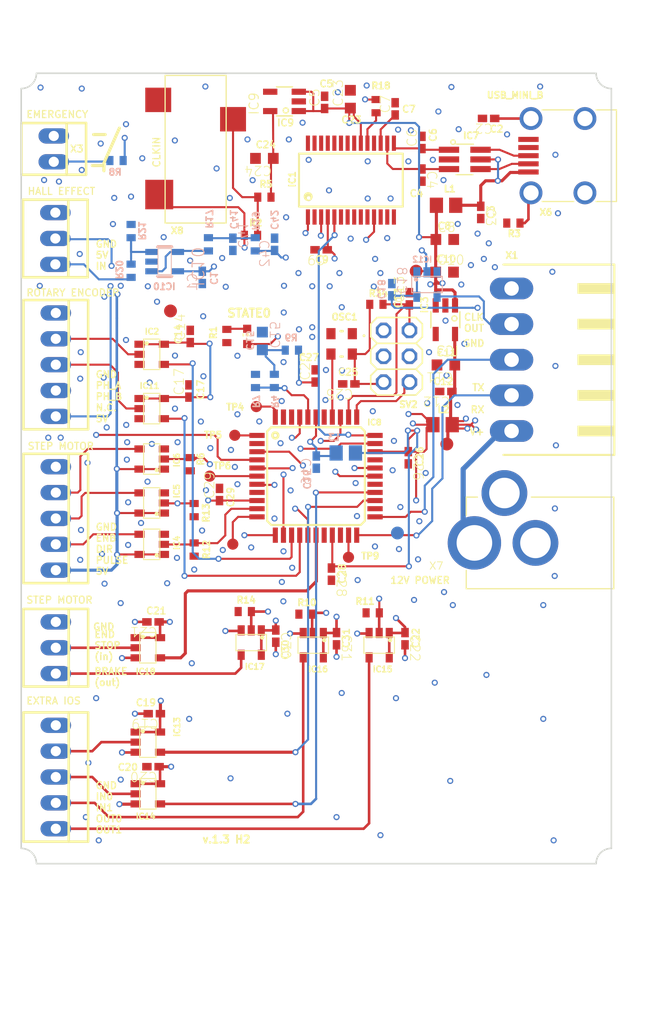
<source format=kicad_pcb>
(kicad_pcb (version 20241229) (generator "pcbnew") (generator_version "9.0")
  (layers (0 "F.Cu" signal) (4 "In1.Cu" signal) (6 "In2.Cu" signal) (2 "B.Cu" signal) (13 "F.Paste" user) (15 "B.Paste" user) (5 "F.SilkS" user "F.Silkscreen") (7 "B.SilkS" user "B.Silkscreen") (1 "F.Mask" user) (3 "B.Mask" user) (25 "Edge.Cuts" user))
  (net 0 "")
  (net 1 "GND")
  (net 2 "PDI_CLK")
  (net 3 "+3V3")
  (net 4 "OSC2")
  (net 5 "FTDI_RXD")
  (net 6 "FTDI_TXD")
  (net 7 "FTDI_RTS")
  (net 8 "LED_STATE")
  (net 9 "FTDI_CTS")
  (net 10 "PDI_DATA")
  (net 11 "N$38")
  (net 12 "USBDP")
  (net 13 "USBDM")
  (net 14 "N$175")
  (net 15 "N$2")
  (net 16 "N$3")
  (net 17 "USB_POWER")
  (net 18 "N$1")
  (net 19 "+5V")
  (net 20 "V+")
  (net 21 "N$11")
  (net 22 "N$12")
  (net 23 "N$13")
  (net 24 "N$17")
  (net 25 "N$18")
  (net 26 "N$9")
  (net 27 "N$15")
  (net 28 "U_CLOCK_IN")
  (net 29 "N$103")
  (net 30 "N$104")
  (net 31 "EMERGENCY_INPUT")
  (net 32 "HARP_H2_TX")
  (net 33 "HARP_H2_RX")
  (net 34 "HARP_H2_CLOCK_OUT")
  (net 35 "HALL_EFFCT_IN")
  (net 36 "U_HALL_EFFCT_IN")
  (net 37 "U_PH_A")
  (net 38 "U_STEP_ENABLE")
  (net 39 "U_STEP_DIRECTION")
  (net 40 "U_STEP_PULSE")
  (net 41 "STEP_DIRECTION")
  (net 42 "STEP_PULSE")
  (net 43 "VDD")
  (net 44 "AREF")
  (net 45 "U_PH_B")
  (net 46 "N$62")
  (net 47 "N$63")
  (net 48 "N$50")
  (net 49 "N$64")
  (net 50 "N$65")
  (net 51 "INPUT1")
  (net 52 "INPUT0")
  (net 53 "STEP_ENABLE")
  (net 54 "GND2")
  (net 55 "GND1")
  (net 56 "OUTPUT0")
  (net 57 "OUTPUT1")
  (net 58 "UC_OUTPUT0")
  (net 59 "UC_OUTPUT1")
  (net 60 "BRAKE")
  (net 61 "ENDSTOP")
  (net 62 "UC_BRAKE")
  (net 63 "UC_ENDSTOP")
  (net 64 "UC_INPUT1")
  (net 65 "UC_INPUT0")
  (net 66 "IN0")
  (net 67 "IN1")
  (net 68 "N$73")
  (footprint "VestibularH2:DC_POWER_INPUT_2.1MM" (layer "F.Cu") (at 172.5391 112.3166 180)
    (property "Reference" "X7")
    (property "Value" "DC_JACK2.1MM")
  )
  (footprint "VestibularH2:C0402K" (layer "F.Cu") (at 135.9871 97.3934 90)
    (property "Reference" "C17")
    (property "Value" "100nF")
  )
  (footprint "VestibularH2:R0402" (layer "F.Cu") (at 142.0851 82.0966)
    (property "Reference" "R2")
    (property "Value" "10k")
  )
  (footprint "VestibularH2:C0402K" (layer "F.Cu") (at 136.1141 92.034 90)
    (property "Reference" "C14")
    (property "Value" "100nF")
  )
  (footprint "VestibularH2:C0402K" (layer "F.Cu") (at 144.5201 121.4746 -90)
    (property "Reference" "C30")
    (property "Value" "100nF")
  )
  (footprint "VestibularH2:R0402" (layer "F.Cu") (at 141.4721 119.0616)
    (property "Reference" "R14")
    (property "Value" "10k")
  )
  (footprint "VestibularH2:22-23-2021" (layer "F.Cu") (at 122.7011 73.6066 -90)
    (property "Reference" "X3")
    (property "Value" "1x2 case")
  )
  (footprint "VestibularH2:C0603K" (layer "F.Cu") (at 143.3991 74.5406 180)
    (property "Reference" "C24")
    (property "Value" "4.7uF")
  )
  (footprint "VestibularH2:TSOT23-5" (layer "F.Cu") (at 145.3771 68.9426 90)
    (property "Reference" "IC9")
    (property "Value" "LP5907MFX-3.3")
  )
  (footprint "VestibularH2:C0402K" (layer "F.Cu") (at 138.9893 107.561 90)
    (property "Reference" "C29")
    (property "Value" "100nF")
  )
  (footprint "VestibularH2:TSOP-5" (layer "F.Cu") (at 132.3281 104.0756 90)
    (property "Reference" "IC6")
    (property "Value" "M74VHC1GT126DT1G")
  )
  (footprint "VestibularH2:C0402K" (layer "F.Cu") (at 150.4891 121.7286 -90)
    (property "Reference" "C31")
    (property "Value" "100nF")
  )
  (footprint "VestibularH2:dummyfp5" (layer "F.Cu") (at 131.0271 89.3066)
    (property "Reference" "UNK_HOLE_5" (hide yes))
    (property "Value" "")
  )
  (footprint "VestibularH2:22-23-2031" (layer "F.Cu") (at 122.8571 82.4086 -90)
    (property "Reference" "X4" (hide yes))
    (property "Value" "1x3 case")
  )
  (footprint "VestibularH2:TSOP-5" (layer "F.Cu") (at 131.9471 131.8886 -90)
    (property "Reference" "IC13")
    (property "Value" "M74VHC1GT126DT1G")
  )
  (footprint "VestibularH2:R0402" (layer "F.Cu") (at 167.8701 80.8957)
    (property "Reference" "R3")
    (property "Value" "1M")
  )
  (footprint "VestibularH2:2X03" (layer "F.Cu") (at 156.3883 93.9814 90)
    (property "Reference" "SV2")
    (property "Value" "PINHD-2X3")
  )
  (footprint "VestibularH2:TP11R" (layer "F.Cu") (at 142.6067 98.924)
    (property "Reference" "TP4")
    (property "Value" "NO_COMPONENT")
  )
  (footprint "VestibularH2:TSOP-5" (layer "F.Cu") (at 132.3281 93.7886 -90)
    (property "Reference" "IC2")
    (property "Value" "M74VHC1GT126DT1G")
  )
  (footprint "VestibularH2:TSOP-5" (layer "F.Cu") (at 132.3281 108.3936 90)
    (property "Reference" "IC5")
    (property "Value" "M74VHC1GT126DT1G")
  )
  (footprint "VestibularH2:TSOP-5" (layer "F.Cu") (at 154.6801 122.3636 180)
    (property "Reference" "IC15")
    (property "Value" "M74VHC1GT126DT1G")
  )
  (footprint "VestibularH2:TQFP44" (layer "F.Cu") (at 148.4741 105.7566)
    (property "Reference" "IC8")
    (property "Value" "ATXMEGA32A4U")
  )
  (footprint "VestibularH2:240-0002-1" (layer "F.Cu") (at 178.0011 74.2756 90)
    (property "Reference" "X6")
    (property "Value" "USB_MINI_B")
  )
  (footprint "VestibularH2:dummyfp2" (layer "F.Cu") (at 172.6731 105.8966)
    (property "Reference" "UNK_HOLE_2" (hide yes))
    (property "Value" "")
  )
  (footprint "VestibularH2:B1,27" (layer "F.Cu") (at 134.1731 89.5286)
    (property "Reference" "TP10" (hide yes))
    (property "Value" "NO_COMPONENT")
  )
  (footprint "VestibularH2:TSOP-5" (layer "F.Cu") (at 148.2031 122.3636 180)
    (property "Reference" "IC16")
    (property "Value" "M74VHC1GT126DT1G")
  )
  (footprint "VestibularH2:SSOP28" (layer "F.Cu") (at 151.9031 76.6736)
    (property "Reference" "IC1")
    (property "Value" "FT232RL")
  )
  (footprint "VestibularH2:B1,27" (layer "F.Cu") (at 158.3143 85.6186)
    (property "Reference" "TP13" (hide yes))
    (property "Value" "NO_COMPONENT")
  )
  (footprint "VestibularH2:R0805" (layer "F.Cu") (at 161.2551 79.1456)
    (property "Reference" "L1")
    (property "Value" "40R@100MHz")
  )
  (footprint "VestibularH2:C0402K" (layer "F.Cu") (at 132.4551 134.3016 180)
    (property "Reference" "C20")
    (property "Value" "100nF")
  )
  (footprint "VestibularH2:TSOP-5" (layer "F.Cu") (at 131.9471 122.6176 -90)
    (property "Reference" "IC18")
    (property "Value" "M74VHC1GT126DT1G")
  )
  (footprint "VestibularH2:C0402K" (layer "F.Cu") (at 148.9771 83.5186 180)
    (property "Reference" "C9")
    (property "Value" "100nF")
  )
  (footprint "VestibularH2:C0402K" (layer "F.Cu") (at 148.3935 95.9158 90)
    (property "Reference" "C27")
    (property "Value" "100nF")
  )
  (footprint "VestibularH2:C0402K" (layer "F.Cu") (at 132.4551 120.0776 180)
    (property "Reference" "C21")
    (property "Value" "100nF")
  )
  (footprint "VestibularH2:C0603K" (layer "F.Cu") (at 151.8471 68.7236 90)
    (property "Reference" "C23")
    (property "Value" "4.7uF")
  )
  (footprint "VestibularH2:C0603K" (layer "F.Cu") (at 161.1295 82.5064)
    (property "Reference" "C8")
    (property "Value" "4.7uF")
  )
  (footprint "VestibularH2:C0402K" (layer "F.Cu") (at 157.2201 121.7286 -90)
    (property "Reference" "C22")
    (property "Value" "100nF")
  )
  (footprint "VestibularH2:C0603K" (layer "F.Cu") (at 161.2369 94.8346 180)
    (property "Reference" "C11")
    (property "Value" "4.7uF")
  )
  (footprint "VestibularH2:TSOP-5" (layer "F.Cu") (at 132.3281 99.1226 -90)
    (property "Reference" "IC11")
    (property "Value" "M74VHC1GT126DT1G")
  )
  (footprint "VestibularH2:dummyfp3" (layer "F.Cu") (at 172.6731 81.9526)
    (property "Reference" "UNK_HOLE_3" (hide yes))
    (property "Value" "")
  )
  (footprint "VestibularH2:C0402K" (layer "F.Cu") (at 151.6985 96.6956 180)
    (property "Reference" "C25")
    (property "Value" "100nF")
  )
  (footprint "VestibularH2:TSOP-5" (layer "F.Cu") (at 132.3281 112.4576 90)
    (property "Reference" "IC4")
    (property "Value" "M74VHC1GT126DT1G")
  )
  (footprint "VestibularH2:C0402K" (layer "F.Cu") (at 157.5417 103.9508 -90)
    (property "Reference" "C26")
    (property "Value" "100nF")
  )
  (footprint "VestibularH2:SOT23-6L" (layer "F.Cu") (at 163.0911 74.6416 -90)
    (property "Reference" "IC7")
    (property "Value" "USBLC6-2SC6")
  )
  (footprint "VestibularH2:C0603K" (layer "F.Cu") (at 161.1099 85.716)
    (property "Reference" "C10")
    (property "Value" "4.7uF")
  )
  (footprint "VestibularH2:CHIP-LED0603" (layer "F.Cu") (at 141.7091 92.0286)
    (property "Reference" "STATE0")
    (property "Value" "GREEN_LED")
  )
  (footprint "VestibularH2:TP11R" (layer "F.Cu") (at 138.0261 105.7566)
    (property "Reference" "TP6")
    (property "Value" "NO_COMPONENT")
  )
  (footprint "VestibularH2:TSOP-5" (layer "F.Cu") (at 142.1071 122.1096 180)
    (property "Reference" "IC17")
    (property "Value" "M74VHC1GT126DT1G")
  )
  (footprint "VestibularH2:R0402" (layer "F.Cu") (at 136.4959 112.9686 90)
    (property "Reference" "R12")
    (property "Value" "10k")
  )
  (footprint "VestibularH2:TSOT23-5" (layer "F.Cu") (at 161.1861 90.3896 180)
    (property "Reference" "IC3")
    (property "Value" "LP5907MFX-3.3")
  )
  (footprint "VestibularH2:22-23-2031" (layer "F.Cu") (at 122.9011 122.6176 -90)
    (property "Reference" "X10" (hide yes))
    (property "Value" "1x3 case")
  )
  (footprint "VestibularH2:dummyfp4" (layer "F.Cu") (at 172.6731 67.9046)
    (property "Reference" "UNK_HOLE_4" (hide yes))
    (property "Value" "")
  )
  (footprint "VestibularH2:R0402" (layer "F.Cu") (at 154.40625 88.8778 180)
    (property "Reference" "R34")
    (property "Value" "10k")
  )
  (footprint "VestibularH2:C0402K" (layer "F.Cu") (at 158.8811 76.1816 -90)
    (property "Reference" "C4")
    (property "Value" "47pF")
  )
  (footprint "VestibularH2:R0402" (layer "F.Cu") (at 154.3755 69.4092 -90)
    (property "Reference" "R18")
    (property "Value" "10k")
  )
  (footprint "VestibularH2:C0402K" (layer "F.Cu") (at 156.2521 69.6726 90)
    (property "Reference" "C7")
    (property "Value" "100nF")
  )
  (footprint "VestibularH2:dummyfp1" (layer "F.Cu") (at 128.5771 68.9046)
    (property "Reference" "UNK_HOLE_1" (hide yes))
    (property "Value" "")
  )
  (footprint "VestibularH2:R0402" (layer "F.Cu") (at 136.1149 104.5866 90)
    (property "Reference" "R6")
    (property "Value" "10k")
  )
  (footprint "VestibularH2:C0402K" (layer "F.Cu") (at 158.8811 72.9746 90)
    (property "Reference" "C6")
    (property "Value" "47pF")
  )
  (footprint "VestibularH2:R0402" (layer "F.Cu") (at 143.3991 78.3506 180)
    (property "Reference" "R5")
    (property "Value" "10R")
  )
  (footprint "VestibularH2:R0402" (layer "F.Cu") (at 139.7111 91.9898 90)
    (property "Reference" "R1")
    (property "Value" "330R")
  )
  (footprint "VestibularH2:dummyfp0" (layer "F.Cu") (at 131.0271 115.9026)
    (property "Reference" "UNK_HOLE_0" (hide yes))
    (property "Value" "")
  )
  (footprint "VestibularH2:22-23-2051" (layer "F.Cu") (at 122.9011 109.9146 -90)
    (property "Reference" "X5" (hide yes))
    (property "Value" "1x5 case")
  )
  (footprint "VestibularH2:C0402K" (layer "F.Cu") (at 149.3179 69.0376 90)
    (property "Reference" "C5")
    (property "Value" "100nF")
  )
  (footprint "VestibularH2:C0402K" (layer "F.Cu") (at 161.2283 97.4388 180)
    (property "Reference" "C12")
    (property "Value" "100nF")
  )
  (footprint "VestibularH2:C0402K" (layer "F.Cu") (at 132.5821 129.0946 180)
    (property "Reference" "C19")
    (property "Value" "100nF")
  )
  (footprint "VestibularH2:C0402K" (layer "F.Cu") (at 164.6631 79.8476 -90)
    (property "Reference" "C3")
    (property "Value" "100nF")
  )
  (footprint "VestibularH2:TSOP-5" (layer "F.Cu") (at 131.9471 136.9686 -90)
    (property "Reference" "IC14")
    (property "Value" "M74VHC1GT126DT1G")
  )
  (footprint "VestibularH2:22-23-2051" (layer "F.Cu") (at 122.9011 135.3176 -90)
    (property "Reference" "X9" (hide yes))
    (property "Value" "1x5 case")
  )
  (footprint "VestibularH2:C0402K" (layer "F.Cu") (at 149.9899 115.386 -90)
    (property "Reference" "C28")
    (property "Value" "100nF")
  )
  (footprint "VestibularH2:TP11R" (layer "F.Cu") (at 140.4899 101.7434)
    (property "Reference" "TP5")
    (property "Value" "NO_COMPONENT")
  )
  (footprint "VestibularH2:R0402" (layer "F.Cu") (at 136.4959 109.0951 90)
    (property "Reference" "R13")
    (property "Value" "10k")
  )
  (footprint "VestibularH2:35RASMT2BHNTRX" (layer "F.Cu") (at 136.6431 69.8926 -90)
    (property "Reference" "X8")
    (property "Value" "CLCK_JACK" (hide yes))
  )
  (footprint "VestibularH2:90G-5" (layer "F.Cu") (at 172.9411 94.3206 90)
    (property "Reference" "X1")
    (property "Value" "1x5 MAIN PLUG")
  )
  (footprint "VestibularH2:C0402K" (layer "F.Cu") (at 165.4351 70.6155 180)
    (property "Reference" "C2")
    (property "Value" "4.7nF")
  )
  (footprint "VestibularH2:R0805" (layer "F.Cu") (at 160.9123 100.702)
    (property "Reference" "L2")
    (property "Value" "40R@100MHz")
  )
  (footprint "VestibularH2:B1,27" (layer "F.Cu") (at 161.3305 102.6016)
    (property "Reference" "TP1" (hide yes))
    (property "Value" "NO_COMPONENT")
  )
  (footprint "VestibularH2:22-23-2051" (layer "F.Cu") (at 122.9011 94.8066 -90)
    (property "Reference" "X2" (hide yes))
    (property "Value" "1x5 case")
  )
  (footprint "VestibularH2:R0402" (layer "F.Cu") (at 154.0451 119.1886)
    (property "Reference" "R11")
    (property "Value" "10k")
  )
  (footprint "VestibularH2:OSCILLATOR_3.2X2.5" (layer "F.Cu") (at 150.9911 92.7628 180)
    (property "Reference" "OSC1")
    (property "Value" "OSCILLATOR")
  )
  (footprint "VestibularH2:TP11R" (layer "F.Cu") (at 140.2953 112.4368)
    (property "Reference" "TP8" (hide yes))
    (property "Value" "NO_COMPONENT")
  )
  (footprint "VestibularH2:C0402K" (layer "F.Cu") (at 157.6459 88.33175 90)
    (property "Reference" "C13")
    (property "Value" "47pF")
  )
  (footprint "VestibularH2:R0402" (layer "F.Cu") (at 147.4411 119.3156)
    (property "Reference" "R10")
    (property "Value" "10k")
  )
  (footprint "VestibularH2:TP11R" (layer "F.Cu") (at 151.6651 113.7266 180)
    (property "Reference" "TP9")
    (property "Value" "NO_COMPONENT")
  )
  (footprint "VestibularH2:C0402K" (layer "B.Cu") (at 155.9247 87.4386 90)
    (property "Reference" "C18")
    (property "Value" "100nF")
  )
  (footprint "VestibularH2:R0402" (layer "B.Cu") (at 130.3011 85.5806 -90)
    (property "Reference" "R20")
    (property "Value" "24k")
  )
  (footprint "VestibularH2:R0402" (layer "B.Cu") (at 142.5011 82.9806 -90)
    (property "Reference" "R19")
    (property "Value" "10k")
  )
  (footprint "VestibularH2:C0603K" (layer "B.Cu") (at 143.2011 92.4806 90)
    (property "Reference" "C15")
    (property "Value" "DNI")
  )
  (footprint "VestibularH2:C0402K" (layer "B.Cu") (at 137.2991 86.2326 -90)
    (property "Reference" "C1")
    (property "Value" "100nF")
  )
  (footprint "VestibularH2:B1,27" (layer "B.Cu") (at 156.4751 111.3446 180)
    (property "Reference" "TP11" (hide yes))
    (property "Value" "NO_COMPONENT")
  )
  (footprint "VestibularH2:C0402K" (layer "B.Cu") (at 144.4011 82.9806 -90)
    (property "Reference" "C42")
    (property "Value" "15nF 5%")
  )
  (footprint "VestibularH2:R0402" (layer "B.Cu") (at 137.9011 82.9806 90)
    (property "Reference" "R17")
    (property "Value" "10k")
  )
  (footprint "VestibularH2:TSOP-5" (layer "B.Cu") (at 159.3791 86.9306)
    (property "Reference" "IC12")
    (property "Value" "M74VHC1GT126DT1G")
  )
  (footprint "VestibularH2:SOT23-5" (layer "B.Cu") (at 133.6011 84.6806 90)
    (property "Reference" "IC10")
    (property "Value" "THS4281DBVT")
  )
  (footprint "VestibularH2:R0402" (layer "B.Cu") (at 146.1011 93.3806)
    (property "Reference" "R9")
    (property "Value" "DNI")
  )
  (footprint "VestibularH2:R0402" (layer "B.Cu") (at 130.3011 81.6806 -90)
    (property "Reference" "R21")
    (property "Value" "15k")
  )
  (footprint "VestibularH2:C0402K" (layer "B.Cu") (at 140.3011 82.9806 90)
    (property "Reference" "C41")
    (property "Value" "15nF 5%")
  )
  (footprint "VestibularH2:C0402K" (layer "B.Cu") (at 148.5011 104.3806 -90)
    (property "Reference" "C16")
    (property "Value" "100nF")
  )
  (footprint "VestibularH2:R0402" (layer "B.Cu") (at 128.8681 74.7506)
    (property "Reference" "R8")
    (property "Value" "10k")
  )
  (footprint "VestibularH2:R0402" (layer "B.Cu") (at 142.5251 96.4086 -90)
    (property "Reference" "R7")
    (property "Value" "DNI")
  )
  (footprint "VestibularH2:R0402" (layer "B.Cu") (at 144.3783 96.4034 90)
    (property "Reference" "R4")
    (property "Value" "DNI")
  )
  (footprint "VestibularH2:R0805" (layer "B.Cu") (at 151.4011 103.4806)
    (property "Reference" "L3")
    (property "Value" "40R@100MHz")
  )
  (gr_line (start 126.6131 72.1986) (end 127.7561 72.1986) (stroke (width 0.3048)) (layer "F.SilkS"))
  (gr_line (start 127.6291 74.9926) (end 129.1531 71.5636) (stroke (width 0.3048)) (layer "F.SilkS"))
  (gr_line (start 126.4861 75.2466) (end 127.6291 75.2466) (stroke (width 0.3048)) (layer "F.SilkS"))
  (gr_line (start 127.6291 75.7546) (end 127.6291 74.9926) (stroke (width 0.3048)) (layer "F.SilkS"))
  (gr_arc (start 176.0011 143.8266) (mid 176.44044 142.76594) (end 177.5011 142.3266) (stroke (width 0.1524)) (layer "Edge.Cuts"))
  (gr_line (start 121.0011 143.8266) (end 176.0011 143.8266) (stroke (width 0.1524)) (layer "Edge.Cuts"))
  (gr_arc (start 119.5011 142.3266) (mid 120.56176 142.76594) (end 121.0011 143.8266) (stroke (width 0.1524)) (layer "Edge.Cuts"))
  (gr_arc (start 121.0011 66.1806) (mid 120.56176 67.24126) (end 119.5011 67.6806) (stroke (width 0.1524)) (layer "Edge.Cuts"))
  (gr_line (start 177.5011 142.3266) (end 177.5011 67.6806) (stroke (width 0.15)) (layer "Edge.Cuts"))
  (gr_line (start 176.0011 66.1806) (end 121.0011 66.1806) (stroke (width 0.1524)) (layer "Edge.Cuts"))
  (gr_line (start 119.5011 67.6806) (end 119.5011 142.3266) (stroke (width 0.1524)) (layer "Edge.Cuts"))
  (gr_arc (start 177.5011 67.6806) (mid 176.44044 67.24126) (end 176.0011 66.1806) (stroke (width 0.1524)) (layer "Edge.Cuts"))
  (gr_text "EXTRA IOS" (at 119.9421 128.2336 0) (layer "F.SilkS") (effects (font (size 0.69088 0.69088) (thickness 0.12192)) (justify left bottom)))
  (gr_text "GND\n5V\nIN  " (at 126.7491 85.5206 0) (layer "F.SilkS") (effects (font (size 0.674624 0.674624) (thickness 0.138176)) (justify left bottom)))
  (gr_text "v.1.3 H2" (at 137.2141 141.8746 0) (layer "F.SilkS") (effects (font (size 0.73152 0.73152) (thickness 0.18288)) (justify left bottom)))
  (gr_text "END\nSTOP \n(in)" (at 126.6221 123.8746 0) (layer "F.SilkS") (effects (font (size 0.674624 0.674624) (thickness 0.138176)) (justify left bottom)))
  (gr_text "ROTARY ENCODER " (at 119.9421 88.1416 0) (layer "F.SilkS") (effects (font (size 0.69088 0.69088) (thickness 0.12192)) (justify left bottom)))
  (gr_text "CLKIN" (at 133.2171 75.5006 90) (layer "F.SilkS") (effects (font (size 0.69088 0.69088) (thickness 0.12192)) (justify left bottom)))
  (gr_text "HALL EFFECT" (at 120.0691 78.1686 0) (layer "F.SilkS") (effects (font (size 0.69088 0.69088) (thickness 0.12192)) (justify left bottom)))
  (gr_text "BRAKE \n(out)" (at 126.6221 126.4146 0) (layer "F.SilkS") (effects (font (size 0.674624 0.674624) (thickness 0.138176)) (justify left bottom)))
  (gr_text "STEP MOTOR" (at 119.9421 118.3276 0) (layer "F.SilkS") (effects (font (size 0.69088 0.69088) (thickness 0.12192)) (justify left bottom)))
  (gr_text "STEP MOTOR" (at 120.0691 103.2146 0) (layer "F.SilkS") (effects (font (size 0.69088 0.69088) (thickness 0.12192)) (justify left bottom)))
  (gr_text "GND\n" (at 126.4951 120.9536 0) (layer "F.SilkS") (effects (font (size 0.674624 0.674624) (thickness 0.138176)) (justify left bottom)))
  (gr_text "GND\nIN0\nIN1\nOUT0\nOUT1" (at 126.7491 140.8926 0) (layer "F.SilkS") (effects (font (size 0.674624 0.674624) (thickness 0.138176)) (justify left bottom)))
  (gr_text "EMERGENCY" (at 119.9421 70.6226 0) (layer "F.SilkS") (effects (font (size 0.69088 0.69088) (thickness 0.12192)) (justify left bottom)))
  (gr_text "GND\nENB \nDIR\nPULSE\n5V" (at 126.7491 115.4926 0) (layer "F.SilkS") (effects (font (size 0.674624 0.674624) (thickness 0.138176)) (justify left bottom)))
  (gr_text "CLK\nOUT" (at 162.9441 91.6166 0) (layer "F.SilkS") (effects (font (size 0.674624 0.674624) (thickness 0.138176)) (justify left bottom)))
  (gr_text "GND\n\n\n\nTX\n\nRX\n\nV+" (at 165.0941 101.7896 0) (layer "F.SilkS") (effects (font (size 0.674624 0.674624) (thickness 0.138176)) (justify right bottom)))
  (gr_text "GND \nPH_A \nPH_B \nN.C.\n5V" (at 126.7491 100.5066 0) (layer "F.SilkS") (effects (font (size 0.674624 0.674624) (thickness 0.138176)) (justify left bottom)))
  (gr_text "12V POWER" (at 155.7051 116.3816 0) (layer "F.SilkS") (effects (font (size 0.674624 0.674624) (thickness 0.138176)) (justify left bottom)))
  (segment (start 131.9821 129.0946) (end 130.6771 129.0946) (width 0.254) (layer "F.Cu") (net 1))
  (segment (start 157.2201 122.3286) (end 157.2201 123.6336) (width 0.254) (layer "F.Cu") (net 1))
  (segment (start 130.7211 132.9046) (end 129.4071 132.9046) (width 0.254) (layer "F.Cu") (net 1))
  (segment (start 130.7471 123.6076) (end 129.4331 123.6076) (width 0.254) (layer "F.Cu") (net 1))
  (segment (start 144.5201 122.0746) (end 144.5201 123.2526) (width 0.254) (layer "F.Cu") (net 1))
  (segment (start 141.1171 120.9096) (end 141.0601 120.9666) (width 0.254) (layer "F.Cu") (net 1))
  (segment (start 130.7471 137.9586) (end 130.7211 137.9846) (width 0.3048) (layer "F.Cu") (net 1))
  (segment (start 153.6901 121.1636) (end 153.6331 121.2206) (width 0.254) (layer "F.Cu") (net 1))
  (segment (start 129.4331 123.6076) (end 129.4071 123.6336) (width 0.254) (layer "F.Cu") (net 1))
  (segment (start 130.7211 137.9846) (end 129.1531 137.9846) (width 0.3048) (layer "F.Cu") (net 1))
  (segment (start 141.0601 120.9666) (end 139.5671 120.9666) (width 0.254) (layer "F.Cu") (net 1))
  (segment (start 153.6331 121.2206) (end 152.5211 121.2206) (width 0.254) (layer "F.Cu") (net 1))
  (segment (start 147.1561 121.2206) (end 145.9171 121.2206) (width 0.254) (layer "F.Cu") (net 1))
  (segment (start 130.7471 132.8786) (end 130.7211 132.9046) (width 0.254) (layer "F.Cu") (net 1))
  (segment (start 147.2131 121.1636) (end 147.1561 121.2206) (width 0.254) (layer "F.Cu") (net 1))
  (segment (start 131.8551 120.0776) (end 130.6771 120.0776) (width 0.254) (layer "F.Cu") (net 1))
  (segment (start 150.4891 122.3286) (end 150.4891 123.5066) (width 0.254) (layer "F.Cu") (net 1))
  (via (at 130.0111 108.3266) (size 0.6) (drill 0.35) (layers "F.Cu" "B.Cu") (net 1))
  (via (at 146.1321 114.7576) (size 0.6) (drill 0.35) (layers "F.Cu" "B.Cu") (net 1))
  (via (at 145.3281 87.0536) (size 0.6) (drill 0.35) (layers "F.Cu" "B.Cu") (net 1))
  (via (at 149.8161 87.1036) (size 0.6) (drill 0.35) (layers "F.Cu" "B.Cu") (net 1))
  (via (at 129.8841 104.1356) (size 0.6) (drill 0.35) (layers "F.Cu" "B.Cu") (net 1))
  (via (at 167.2511 72.1806) (size 0.6) (drill 0.35) (layers "F.Cu" "B.Cu") (net 1))
  (via (at 140.4981 104.8544) (size 0.6) (drill 0.35) (layers "F.Cu" "B.Cu") (net 1))
  (via (at 129.8011 71.1806) (size 0.6) (drill 0.35) (layers "F.Cu" "B.Cu") (net 1))
  (via (at 129.2801 87.0576) (size 0.6) (drill 0.35) (layers "F.Cu" "B.Cu") (net 1))
  (via (at 150.4891 139.2546) (size 0.6) (drill 0.35) (layers "F.Cu" "B.Cu") (net 1))
  (via (at 144.3931 109.9186) (size 0.6) (drill 0.35) (layers "F.Cu" "B.Cu") (net 1))
  (via (at 133.5011 82.2806) (size 0.6) (drill 0.35) (layers "F.Cu" "B.Cu") (net 1))
  (via (at 162.7511 86.9306) (size 0.6) (drill 0.35) (layers "F.Cu" "B.Cu") (net 1))
  (via (at 145.9743 107.1592) (size 0.6) (drill 0.35) (layers "F.Cu" "B.Cu") (net 1))
  (via (at 171.9291 115.5646) (size 0.6) (drill 0.35) (layers "F.Cu" "B.Cu") (net 1))
  (via (at 137.6011 67.4806) (size 0.6) (drill 0.35) (layers "F.Cu" "B.Cu") (net 1))
  (via (at 126.1051 133.9206) (size 0.6) (drill 0.35) (layers "F.Cu" "B.Cu") (net 1))
  (via (at 159.9511 74.6806) (size 0.6) (drill 0.35) (layers "F.Cu" "B.Cu") (net 1))
  (via (at 151.0011 89.1606) (size 0.6) (drill 0.35) (layers "F.Cu" "B.Cu") (net 1))
  (via (at 157.8011 71.7806) (size 0.6) (drill 0.35) (layers "F.Cu" "B.Cu") (net 1))
  (via (at 129.8011 92.3806) (size 0.6) (drill 0.35) (layers "F.Cu" "B.Cu") (net 1))
  (via (at 127.4391 113.3996) (size 0.6) (drill 0.35) (layers "F.Cu" "B.Cu") (net 1))
  (via (at 131.2811 110.3586) (size 0.6) (drill 0.35) (layers "F.Cu" "B.Cu") (net 1))
  (via (at 129.2751 118.2316) (size 0.6) (drill 0.35) (layers "F.Cu" "B.Cu") (net 1))
  (via (at 121.7511 76.6686) (size 0.6) (drill 0.35) (layers "F.Cu" "B.Cu") (net 1))
  (via (at 156.1311 102.2946) (size 0.6) (drill 0.35) (layers "F.Cu" "B.Cu") (net 1))
  (via (at 153.4511 67.3806) (size 0.6) (drill 0.35) (layers "F.Cu" "B.Cu") (net 1))
  (via (at 162.4011 80.9806) (size 0.6) (drill 0.35) (layers "F.Cu" "B.Cu") (net 1))
  (via (at 150.9971 127.0626) (size 0.6) (drill 0.35) (layers "F.Cu" "B.Cu") (net 1))
  (via (at 154.0511 99.3806) (size 0.6) (drill 0.35) (layers "F.Cu" "B.Cu") (net 1))
  (via (at 129.4071 132.9046) (size 0.6) (drill 0.35) (layers "F.Cu" "B.Cu") (net 1))
  (via (at 152.5651 115.9706) (size 0.6) (drill 0.35) (layers "F.Cu" "B.Cu") (net 1))
  (via (at 127.9011 100.9716) (size 0.6) (drill 0.35) (layers "F.Cu" "B.Cu") (net 1))
  (via (at 145.9171 121.2206) (size 0.6) (drill 0.35) (layers "F.Cu" "B.Cu") (net 1))
  (via (at 141.7391 72.6766) (size 0.6) (drill 0.35) (layers "F.Cu" "B.Cu") (net 1))
  (via (at 129.1531 137.9846) (size 0.6) (drill 0.35) (layers "F.Cu" "B.Cu") (net 1))
  (via (at 121.3251 87.0626) (size 0.6) (drill 0.35) (layers "F.Cu" "B.Cu") (net 1))
  (via (at 152.5211 121.2206) (size 0.6) (drill 0.35) (layers "F.Cu" "B.Cu") (net 1))
  (via (at 156.0011 105.1806) (size 0.6) (drill 0.35) (layers "F.Cu" "B.Cu") (net 1))
  (via (at 145.2791 113.1426) (size 0.6) (drill 0.35) (layers "F.Cu" "B.Cu") (net 1))
  (via (at 123.2111 76.8146) (size 0.6) (drill 0.35) (layers "F.Cu" "B.Cu") (net 1))
  (via (at 159.2511 105.4506) (size 0.6) (drill 0.35) (layers "F.Cu" "B.Cu") (net 1))
  (via (at 125.3511 93.5806) (size 0.6) (drill 0.35) (layers "F.Cu" "B.Cu") (net 1))
  (via (at 127.6741 88.1306) (size 0.6) (drill 0.35) (layers "F.Cu" "B.Cu") (net 1))
  (via (at 147.7511 74.6806) (size 0.6) (drill 0.35) (layers "F.Cu" "B.Cu") (net 1))
  (via (at 159.5811 93.5806) (size 0.6) (drill 0.35) (layers "F.Cu" "B.Cu") (net 1))
  (via (at 126.8671 127.5706) (size 0.6) (drill 0.35) (layers "F.Cu" "B.Cu") (net 1))
  (via (at 129.2801 135.5716) (size 0.6) (drill 0.35) (layers "F.Cu" "B.Cu") (net 1))
  (via (at 137.6599 107.136) (size 0.6) (drill 0.35) (layers "F.Cu" "B.Cu") (net 1))
  (via (at 137.4081 95.9476) (size 0.6) (drill 0.35) (layers "F.Cu" "B.Cu") (net 1))
  (via (at 151.0291 95.3746) (size 0.6) (drill 0.35) (layers "F.Cu" "B.Cu") (net 1))
  (via (at 128.5161 80.9916) (size 0.6) (drill 0.35) (layers "F.Cu" "B.Cu") (net 1))
  (via (at 136.2651 124.1416) (size 0.6) (drill 0.35) (layers "F.Cu" "B.Cu") (net 1))
  (via (at 152.5011 109.6806) (size 0.6) (drill 0.35) (layers "F.Cu" "B.Cu") (net 1))
  (via (at 139.2511 84.3306) (size 0.6) (drill 0.35) (layers "F.Cu" "B.Cu") (net 1))
  (via (at 146.7503 85.8068) (size 0.6) (drill 0.35) (layers "F.Cu" "B.Cu") (net 1))
  (via (at 137.1541 100.3926) (size 0.6) (drill 0.35) (layers "F.Cu" "B.Cu") (net 1))
  (via (at 144.5201 123.2526) (size 0.6) (drill 0.35) (layers "F.Cu" "B.Cu") (net 1))
  (via (at 132.3411 102.5916) (size 0.6) (drill 0.35) (layers "F.Cu" "B.Cu") (net 1))
  (via (at 150.6171 68.0426) (size 0.6) (drill 0.35) (layers "F.Cu" "B.Cu") (net 1))
  (via (at 149.7511 77.6806) (size 0.6) (drill 0.35) (layers "F.Cu" "B.Cu") (net 1))
  (via (at 151.8781 82.4226) (size 0.6) (drill 0.35) (layers "F.Cu" "B.Cu") (net 1))
  (via (at 161.0551 117.1466) (size 0.6) (drill 0.35) (layers "F.Cu" "B.Cu") (net 1))
  (via (at 165.4511 82.8806) (size 0.6) (drill 0.35) (layers "F.Cu" "B.Cu") (net 1))
  (via (at 136.1011 84.5806) (size 0.6) (drill 0.35) (layers "F.Cu" "B.Cu") (net 1))
  (via (at 158.6281 110.1886) (size 0.6) (drill 0.35) (layers "F.Cu" "B.Cu") (net 1))
  (via (at 130.2961 78.2946) (size 0.6) (drill 0.35) (layers "F.Cu" "B.Cu") (net 1))
  (via (at 156.6281 112.9226) (size 0.6) (drill 0.35) (layers "F.Cu" "B.Cu") (net 1))
  (via (at 127.6931 116.3206) (size 0.6) (drill 0.35) (layers "F.Cu" "B.Cu") (net 1))
  (via (at 123.3791 101.9726) (size 0.6) (drill 0.35) (layers "F.Cu" "B.Cu") (net 1))
  (via (at 127.6011 96.0806) (size 0.6) (drill 0.35) (layers "F.Cu" "B.Cu") (net 1))
  (via (at 172.0511 102.7306) (size 0.6) (drill 0.35) (layers "F.Cu" "B.Cu") (net 1))
  (via (at 150.4891 123.5066) (size 0.6) (drill 0.35) (layers "F.Cu" "B.Cu") (net 1))
  (via (at 145.8011 72.6806) (size 0.6) (drill 0.35) (layers "F.Cu" "B.Cu") (net 1))
  (via (at 172.0011 74.1806) (size 0.6) (drill 0.35) (layers "F.Cu" "B.Cu") (net 1))
  (via (at 130.6771 129.0946) (size 0.6) (drill 0.35) (layers "F.Cu" "B.Cu") (net 1))
  (via (at 146.8011 91.3306) (size 0.6) (drill 0.35) (layers "F.Cu" "B.Cu") (net 1))
  (via (at 145.1161 116.1546) (size 0.6) (drill 0.35) (layers "F.Cu" "B.Cu") (net 1))
  (via (at 145.6631 129.0946) (size 0.6) (drill 0.35) (layers "F.Cu" "B.Cu") (net 1))
  (via (at 140.7511 93.9306) (size 0.6) (drill 0.35) (layers "F.Cu" "B.Cu") (net 1))
  (via (at 140.7511 99.6806) (size 0.6) (drill 0.35) (layers "F.Cu" "B.Cu") (net 1))
  (via (at 161.7791 67.5266) (size 0.6) (drill 0.35) (layers "F.Cu" "B.Cu") (net 1))
  (via (at 136.0111 129.6026) (size 0.6) (drill 0.35) (layers "F.Cu" "B.Cu") (net 1))
  (via (at 145.5361 80.3266) (size 0.6) (drill 0.35) (layers "F.Cu" "B.Cu") (net 1))
  (via (at 140.0751 135.4446) (size 0.6) (drill 0.35) (layers "F.Cu" "B.Cu") (net 1))
  (via (at 154.8011 85.8076) (size 0.6) (drill 0.35) (layers "F.Cu" "B.Cu") (net 1))
  (via (at 165.2211 125.2846) (size 0.6) (drill 0.35) (layers "F.Cu" "B.Cu") (net 1))
  (via (at 133.8471 116.2806) (size 0.6) (drill 0.35) (layers "F.Cu" "B.Cu") (net 1))
  (via (at 137.3861 90.0536) (size 0.6) (drill 0.35) (layers "F.Cu" "B.Cu") (net 1))
  (via (at 139.5671 120.9666) (size 0.6) (drill 0.35) (layers "F.Cu" "B.Cu") (net 1))
  (via (at 148.1011 87.1036) (size 0.6) (drill 0.35) (layers "F.Cu" "B.Cu") (net 1))
  (via (at 130.0111 112.5176) (size 0.6) (drill 0.35) (layers "F.Cu" "B.Cu") (net 1))
  (via (at 170.8091 129.6026) (size 0.6) (drill 0.35) (layers "F.Cu" "B.Cu") (net 1))
  (via (at 127.3121 73.0806) (size 0.6) (drill 0.35) (layers "F.Cu" "B.Cu") (net 1))
  (via (at 152.3651 106.4386) (size 0.6) (drill 0.35) (layers "F.Cu" "B.Cu") (net 1))
  (via (at 138.0901 102.9996) (size 0.6) (drill 0.35) (layers "F.Cu" "B.Cu") (net 1))
  (via (at 171.9511 108.9306) (size 0.6) (drill 0.35) (layers "F.Cu" "B.Cu") (net 1))
  (via (at 157.2201 123.6336) (size 0.6) (drill 0.35) (layers "F.Cu" "B.Cu") (net 1))
  (via (at 125.8511 139.2546) (size 0.6) (drill 0.35) (layers "F.Cu" "B.Cu") (net 1))
  (via (at 130.6771 120.0776) (size 0.6) (drill 0.35) (layers "F.Cu" "B.Cu") (net 1))
  (via (at 137.2781 111.0996) (size 0.6) (drill 0.35) (layers "F.Cu" "B.Cu") (net 1))
  (via (at 161.2979 95.8766) (size 0.6) (drill 0.35) (layers "F.Cu" "B.Cu") (net 1))
  (via (at 160.5011 69.9306) (size 0.6) (drill 0.35) (layers "F.Cu" "B.Cu") (net 1))
  (via (at 140.0011 78.4306) (size 0.6) (drill 0.35) (layers "F.Cu" "B.Cu") (net 1))
  (via (at 134.8101 113.7856) (size 0.6) (drill 0.35) (layers "F.Cu" "B.Cu") (net 1))
  (via (at 157.5511 74.8306) (size 0.6) (drill 0.35) (layers "F.Cu" "B.Cu") (net 1))
  (via (at 144.9851 102.5226) (size 0.6) (drill 0.35) (layers "F.Cu" "B.Cu") (net 1))
  (via (at 161.9191 118.4266) (size 0.6) (drill 0.35) (layers "F.Cu" "B.Cu") (net 1))
  (via (at 131.9161 106.2966) (size 0.6) (drill 0.35) (layers "F.Cu" "B.Cu") (net 1))
  (via (at 129.9151 102.4246) (size 0.6) (drill 0.35) (layers "F.Cu" "B.Cu") (net 1))
  (via (at 158.5011 113.9306) (size 0.6) (drill 0.35) (layers "F.Cu" "B.Cu") (net 1))
  (via (at 171.8251 141.5406) (size 0.6) (drill 0.35) (layers "F.Cu" "B.Cu") (net 1))
  (via (at 154.8071 141.0326) (size 0.6) (drill 0.35) (layers "F.Cu" "B.Cu") (net 1))
  (via (at 131.9471 87.1084) (size 0.6) (drill 0.35) (layers "F.Cu" "B.Cu") (net 1))
  (via (at 154.1501 87.1306) (size 0.6) (drill 0.35) (layers "F.Cu" "B.Cu") (net 1))
  (via (at 156.7631 108.7916) (size 0.6) (drill 0.35) (layers "F.Cu" "B.Cu") (net 1))
  (via (at 170.8091 118.4266) (size 0.6) (drill 0.35) (layers "F.Cu" "B.Cu") (net 1))
  (via (at 161.2011 90.4806) (size 0.6) (drill 0.35) (layers "F.Cu" "B.Cu") (net 1))
  (via (at 140.7511 106.5496) (size 0.6) (drill 0.35) (layers "F.Cu" "B.Cu") (net 1))
  (via (at 125.3781 111.0496) (size 0.6) (drill 0.35) (layers "F.Cu" "B.Cu") (net 1))
  (via (at 149.4511 95.3306) (size 0.6) (drill 0.35) (layers "F.Cu" "B.Cu") (net 1))
  (via (at 145.1011 98.3806) (size 0.6) (drill 0.35) (layers "F.Cu" "B.Cu") (net 1))
  (via (at 161.6651 135.6986) (size 0.6) (drill 0.35) (layers "F.Cu" "B.Cu") (net 1))
  (via (at 121.4011 67.5806) (size 0.6) (drill 0.35) (layers "F.Cu" "B.Cu") (net 1))
  (via (at 140.1161 103.1806) (size 0.6) (drill 0.35) (layers "F.Cu" "B.Cu") (net 1))
  (via (at 122.1631 101.9756) (size 0.6) (drill 0.35) (layers "F.Cu" "B.Cu") (net 1))
  (via (at 147.7511 78.4306) (size 0.6) (drill 0.35) (layers "F.Cu" "B.Cu") (net 1))
  (via (at 134.8681 102.4246) (size 0.6) (drill 0.35) (layers "F.Cu" "B.Cu") (net 1))
  (via (at 147.1511 71.0306) (size 0.6) (drill 0.35) (layers "F.Cu" "B.Cu") (net 1))
  (via (at 150.7757 85.8076) (size 0.6) (drill 0.35) (layers "F.Cu" "B.Cu") (net 1))
  (via (at 132.8511 88.6196) (size 0.6) (drill 0.35) (layers "F.Cu" "B.Cu") (net 1))
  (via (at 127.1211 141.5406) (size 0.6) (drill 0.35) (layers "F.Cu" "B.Cu") (net 1))
  (via (at 128.6451 78.4216) (size 0.6) (drill 0.35) (layers "F.Cu" "B.Cu") (net 1))
  (via (at 172.0011 94.9306) (size 0.6) (drill 0.35) (layers "F.Cu" "B.Cu") (net 1))
  (via (at 171.7011 85.6806) (size 0.6) (drill 0.35) (layers "F.Cu" "B.Cu") (net 1))
  (via (at 139.3101 113.0156) (size 0.6) (drill 0.35) (layers "F.Cu" "B.Cu") (net 1))
  (via (at 134.6141 93.9156) (size 0.6) (drill 0.35) (layers "F.Cu" "B.Cu") (net 1))
  (via (at 155.4701 82.3726) (size 0.6) (drill 0.35) (layers "F.Cu" "B.Cu") (net 1))
  (via (at 125.3011 96.1806) (size 0.6) (drill 0.35) (layers "F.Cu" "B.Cu") (net 1))
  (via (at 131.4011 74.5306) (size 0.6) (drill 0.35) (layers "F.Cu" "B.Cu") (net 1))
  (via (at 150.9011 98.0306) (size 0.6) (drill 0.35) (layers "F.Cu" "B.Cu") (net 1))
  (via (at 148.1011 91.1306) (size 0.6) (drill 0.35) (layers "F.Cu" "B.Cu") (net 1))
  (via (at 142.9011 100.3806) (size 0.6) (drill 0.35) (layers "F.Cu" "B.Cu") (net 1))
  (via (at 153.5511 74.8306) (size 0.6) (drill 0.35) (layers "F.Cu" "B.Cu") (net 1))
  (via (at 134.6011 72.7806) (size 0.6) (drill 0.35) (layers "F.Cu" "B.Cu") (net 1))
  (via (at 145.2651 118.0586) (size 0.6) (drill 0.35) (layers "F.Cu" "B.Cu") (net 1))
  (via (at 126.0131 104.4456) (size 0.6) (drill 0.35) (layers "F.Cu" "B.Cu") (net 1))
  (via (at 145.2821 94.5506) (size 0.6) (drill 0.35) (layers "F.Cu" "B.Cu") (net 1))
  (via (at 153.5511 78.4806) (size 0.6) (drill 0.35) (layers "F.Cu" "B.Cu") (net 1))
  (via (at 145.3011 89.6806) (size 0.6) (drill 0.35) (layers "F.Cu" "B.Cu") (net 1))
  (via (at 159.4011 98.5806) (size 0.6) (drill 0.35) (layers "F.Cu" "B.Cu") (net 1))
  (via (at 149.4011 98.2806) (size 0.6) (drill 0.35) (layers "F.Cu" "B.Cu") (net 1))
  (via (at 132.1201 96.5576) (size 0.6) (drill 0.35) (layers "F.Cu" "B.Cu") (net 1))
  (via (at 139.6011 87.1536) (size 0.6) (drill 0.35) (layers "F.Cu" "B.Cu") (net 1))
  (via (at 170.5011 67.4806) (size 0.6) (drill 0.35) (layers "F.Cu" "B.Cu") (net 1))
  (via (at 172.2511 79.9306) (size 0.6) (drill 0.35) (layers "F.Cu" "B.Cu") (net 1))
  (via (at 154.2671 112.6646) (size 0.6) (drill 0.35) (layers "F.Cu" "B.Cu") (net 1))
  (via (at 166.0511 85.2306) (size 0.6) (drill 0.35) (layers "F.Cu" "B.Cu") (net 1))
  (via (at 129.4071 123.6336) (size 0.6) (drill 0.35) (layers "F.Cu" "B.Cu") (net 1))
  (via (at 125.4511 75.6806) (size 0.6) (drill 0.35) (layers "F.Cu" "B.Cu") (net 1))
  (via (at 155.8011 78.4806) (size 0.6) (drill 0.35) (layers "F.Cu" "B.Cu") (net 1))
  (via (at 142.1041 112.7616) (size 0.6) (drill 0.35) (layers "F.Cu" "B.Cu") (net 1))
  (via (at 129.8231 100.7236) (size 0.6) (drill 0.35) (layers "F.Cu" "B.Cu") (net 1))
  (via (at 162.3763 98.767) (size 0.6) (drill 0.35) (layers "F.Cu" "B.Cu") (net 1))
  (via (at 125.2511 83.9306) (size 0.6) (drill 0.35) (layers "F.Cu" "B.Cu") (net 1))
  (via (at 162.4931 71.6766) (size 0.6) (drill 0.35) (layers "F.Cu" "B.Cu") (net 1))
  (via (at 156.3311 127.5706) (size 0.6) (drill 0.35) (layers "F.Cu" "B.Cu") (net 1))
  (via (at 161.0011 76.6726) (size 0.6) (drill 0.35) (layers "F.Cu" "B.Cu") (net 1))
  (via (at 142.2431 76.6846) (size 0.6) (drill 0.35) (layers "F.Cu" "B.Cu") (net 1))
  (via (at 125.3011 113.9806) (size 0.6) (drill 0.35) (layers "F.Cu" "B.Cu") (net 1))
  (via (at 138.7011 75.5306) (size 0.6) (drill 0.35) (layers "F.Cu" "B.Cu") (net 1))
  (via (at 125.4511 67.6806) (size 0.6) (drill 0.35) (layers "F.Cu" "B.Cu") (net 1))
  (segment (start 157.6459 88.93175) (end 157.6583 88.961688) (width 0.2032) (layer "F.Cu") (net 2))
  (segment (start 151.6741 98.3046) (end 151.6741 99.9566) (width 0.2032) (layer "F.Cu") (net 2))
  (segment (start 155.05625 88.8778) (end 157.3471 88.8778) (width 0.2032) (layer "F.Cu") (net 2))
  (segment (start 156.3819 89.843) (end 157.3471 88.8778) (width 0.2032) (layer "F.Cu") (net 2))
  (segment (start 152.0981 97.8806) (end 151.6741 98.3046) (width 0.2032) (layer "F.Cu") (net 2))
  (segment (start 157.515653 88.8778) (end 157.6459 88.93175) (width 0.2032) (layer "F.Cu") (net 2))
  (segment (start 157.6583 88.961688) (end 157.6583 91.4414) (width 0.2032) (layer "F.Cu") (net 2))
  (segment (start 156.0511 97.8806) (end 156.3819 97.5498) (width 0.2032) (layer "F.Cu") (net 2))
  (segment (start 157.3471 88.8778) (end 157.515653 88.8778) (width 0.2032) (layer "F.Cu") (net 2))
  (segment (start 156.3819 97.5498) (end 156.3819 89.843) (width 0.2032) (layer "F.Cu") (net 2))
  (segment (start 152.0981 97.8806) (end 156.0511 97.8806) (width 0.2032) (layer "F.Cu") (net 2))
  (segment (start 150.3011 83.9926) (end 149.8271 83.5186) (width 0.2032) (layer "F.Cu") (net 3))
  (segment (start 161.8283 97.4388) (end 161.7013 97.5658) (width 0.3048) (layer "F.Cu") (net 3))
  (segment (start 150.3011 84.3806) (end 150.3011 83.9926) (width 0.2032) (layer "F.Cu") (net 3))
  (segment (start 133.1471 129.1296) (end 133.1821 129.0946) (width 0.254) (layer "F.Cu") (net 3))
  (segment (start 133.6673 97.9934) (end 133.5281 98.1326) (width 0.2032) (layer "F.Cu") (net 3))
  (segment (start 164.2051 101.1786) (end 163.7291 100.7026) (width 0.2032) (layer "F.Cu") (net 3))
  (segment (start 162.1119 94.8346) (end 162.1029 94.8436) (width 0.3048) (layer "F.Cu") (net 3))
  (segment (start 149.6281 80.2986) (end 149.6281 83.4676) (width 0.2032) (layer "F.Cu") (net 3))
  (segment (start 163.2051 100.1006) (end 162.9511 100.3546) (width 0.2032) (layer "F.Cu") (net 3))
  (segment (start 133.1821 127.8596) (end 133.2171 127.8246) (width 0.3048) (layer "F.Cu") (net 3))
  (segment (start 149.5771 83.5186) (end 149.8271 83.5186) (width 0.2032) (layer "F.Cu") (net 3))
  (segment (start 133.6927 92.634) (end 136.1141 92.634) (width 0.2032) (layer "F.Cu") (net 3))
  (segment (start 133.0551 120.0776) (end 134.1061 120.0776) (width 0.3048) (layer "F.Cu") (net 3))
  (segment (start 161.4305 101.1338) (end 161.4305 102.5016) (width 0.3048) (layer "F.Cu") (net 3))
  (segment (start 133.1821 129.0946) (end 133.1821 127.8596) (width 0.3048) (layer "F.Cu") (net 3))
  (segment (start 161.8283 97.4388) (end 162.1029 97.1642) (width 0.3048) (layer "F.Cu") (net 3))
  (segment (start 162.4431 100.3546) (end 161.8623 100.9354) (width 0.2032) (layer "F.Cu") (net 3))
  (segment (start 164.1131 100.2846) (end 163.6957 100.702) (width 0.2032) (layer "F.Cu") (net 3))
  (segment (start 163.3511 101.0806) (end 162.1409 101.0806) (width 0.2032) (layer "F.Cu") (net 3))
  (segment (start 133.0551 134.3016) (end 134.2331 134.3016) (width 0.3048) (layer "F.Cu") (net 3))
  (segment (start 133.1471 120.1696) (end 133.0551 120.0776) (width 0.254) (layer "F.Cu") (net 3))
  (segment (start 153.3157 68.7592) (end 153.2991 68.7426) (width 0.2032) (layer "F.Cu") (net 3))
  (segment (start 131.1281 92.7986) (end 133.5281 92.7986) (width 0.2032) (layer "F.Cu") (net 3))
  (segment (start 133.1471 121.6276) (end 133.1471 120.1696) (width 0.254) (layer "F.Cu") (net 3))
  (segment (start 133.1471 130.8986) (end 133.1471 129.1296) (width 0.254) (layer "F.Cu") (net 3))
  (segment (start 162.1361 91.7936) (end 162.1119 91.852025) (width 0.3048) (layer "F.Cu") (net 3))
  (segment (start 138.0851 98.0036) (end 135.987103 98.0036) (width 0.2032) (layer "F.Cu") (net 3))
  (segment (start 130.7471 135.9786) (end 133.1471 135.9786) (width 0.254) (layer "F.Cu") (net 3))
  (segment (start 131.1281 98.1326) (end 133.5281 98.1326) (width 0.2032) (layer "F.Cu") (net 3))
  (segment (start 138.0121 92.761) (end 136.2411 92.761) (width 0.2032) (layer "F.Cu") (net 3))
  (segment (start 135.9871 97.9934) (end 135.987103 98.0036) (width 0.2032) (layer "F.Cu") (net 3))
  (segment (start 154.3755 68.7592) (end 153.3157 68.7592) (width 0.2032) (layer "F.Cu") (net 3))
  (segment (start 163.7291 100.7026) (end 163.3511 101.0806) (width 0.2032) (layer "F.Cu") (net 3))
  (segment (start 133.1471 134.5776) (end 133.0551 134.3016) (width 0.254) (layer "F.Cu") (net 3))
  (segment (start 162.1119 91.852025) (end 162.1119 94.8346) (width 0.3048) (layer "F.Cu") (net 3))
  (segment (start 136.1141 92.634) (end 136.2411 92.761) (width 0.2032) (layer "F.Cu") (net 3))
  (segment (start 133.1471 134.5776) (end 133.1471 135.9786) (width 0.254) (layer "F.Cu") (net 3))
  (segment (start 161.8623 100.702) (end 161.7013 100.541) (width 0.3048) (layer "F.Cu") (net 3))
  (segment (start 161.8623 100.702) (end 161.8623 100.9354) (width 0.2032) (layer "F.Cu") (net 3))
  (segment (start 138.0121 92.7346) (end 138.0121 92.761) (width 0.2032) (layer "F.Cu") (net 3))
  (segment (start 163.6957 100.702) (end 161.8623 100.702) (width 0.2032) (layer "F.Cu") (net 3))
  (segment (start 161.7013 97.5658) (end 161.7013 100.541) (width 0.3048) (layer "F.Cu") (net 3))
  (segment (start 130.7471 130.8986) (end 133.1471 130.8986) (width 0.254) (layer "F.Cu") (net 3))
  (segment (start 161.8623 100.702) (end 161.4305 101.1338) (width 0.3048) (layer "F.Cu") (net 3))
  (segment (start 162.1029 94.8436) (end 162.1029 97.1642) (width 0.3048) (layer "F.Cu") (net 3))
  (segment (start 162.1409 101.0806) (end 161.8623 100.702) (width 0.2032) (layer "F.Cu") (net 3))
  (segment (start 130.7471 121.6276) (end 133.1471 121.6276) (width 0.254) (layer "F.Cu") (net 3))
  (segment (start 133.5281 92.7986) (end 133.6927 92.634) (width 0.2032) (layer "F.Cu") (net 3))
  (segment (start 149.6281 83.4676) (end 149.5771 83.5186) (width 0.2032) (layer "F.Cu") (net 3))
  (segment (start 135.9871 97.9934) (end 133.6673 97.9934) (width 0.2032) (layer "F.Cu") (net 3))
  (segment (start 162.9511 100.3546) (end 162.4431 100.3546) (width 0.2032) (layer "F.Cu") (net 3))
  (segment (start 161.4305 102.5016) (end 161.3305 102.6016) (width 0.3048) (layer "F.Cu") (net 3))
  (via (at 163.3511 101.0806) (size 0.6) (drill 0.35) (layers "F.Cu" "B.Cu") (net 3))
  (via (at 150.3011 84.3806) (size 0.6) (drill 0.35) (layers "F.Cu" "B.Cu") (net 3))
  (via (at 153.2991 68.7426) (size 0.6) (drill 0.35) (layers "F.Cu" "B.Cu") (net 3))
  (via (at 164.3511 81.9306) (size 0.6) (drill 0.35) (layers "F.Cu" "B.Cu") (net 3))
  (via (at 138.0851 98.0036) (size 0.6) (drill 0.35) (layers "F.Cu" "B.Cu") (net 3))
  (via (at 163.0571 92.7466) (size 0.6) (drill 0.35) (layers "F.Cu" "B.Cu") (net 3))
  (via (at 164.1131 100.2846) (size 0.6) (drill 0.35) (layers "F.Cu" "B.Cu") (net 3))
  (via (at 133.2171 127.8246) (size 0.6) (drill 0.35) (layers "F.Cu" "B.Cu") (net 3))
  (via (at 163.2051 100.1006) (size 0.6) (drill 0.35) (layers "F.Cu" "B.Cu") (net 3))
  (via (at 134.2331 134.3016) (size 0.6) (drill 0.35) (layers "F.Cu" "B.Cu") (net 3))
  (via (at 134.1061 120.0776) (size 0.6) (drill 0.35) (layers "F.Cu" "B.Cu") (net 3))
  (via (at 138.4425 85.1656) (size 0.6) (drill 0.35) (layers "F.Cu" "B.Cu") (net 3))
  (via (at 138.0121 92.7346) (size 0.6) (drill 0.35) (layers "F.Cu" "B.Cu") (net 3))
  (via (at 164.2051 101.1786) (size 0.6) (drill 0.35) (layers "F.Cu" "B.Cu") (net 3))
  (via (at 164.9671 84.4146) (size 0.6) (drill 0.35) (layers "F.Cu" "B.Cu") (net 3))
  (via (at 163.6971 85.0226) (size 0.6) (drill 0.35) (layers "F.Cu" "B.Cu") (net 3))
  (via (at 164.3511 89.2182) (size 0.6) (drill 0.35) (layers "F.Cu" "B.Cu") (net 3))
  (via (at 160.1411 126.0466) (size 0.6) (drill 0.35) (layers "F.Cu" "B.Cu") (net 3))
  (via (at 154.2831 84.4146) (size 0.6) (drill 0.35) (layers "F.Cu" "B.Cu") (net 3))
  (segment (start 157.4131 88.0386) (end 158.3891 88.0386) (width 0.2032) (layer "B.Cu") (net 3))
  (segment (start 163.8241 89.2166) (end 156.2041 89.2166) (width 0.2032) (layer "B.Cu") (net 3))
  (segment (start 163.8241 89.2166) (end 163.8328 89.2079) (width 0.2032) (layer "B.Cu") (net 3))
  (segment (start 163.8431 89.2182) (end 164.3511 89.2182) (width 0.2032) (layer "B.Cu") (net 3))
  (segment (start 156.8431 88.0386) (end 157.4131 88.0386) (width 0.2) (layer "B.Cu") (net 3))
  (segment (start 156.2041 89.2166) (end 155.9247 88.9372) (width 0.2032) (layer "B.Cu") (net 3))
  (segment (start 134.9091 85.6326) (end 134.9071 85.6306) (width 0.2032) (layer "B.Cu") (net 3))
  (segment (start 155.9247 88.0386) (end 156.8431 88.0386) (width 0.2032) (layer "B.Cu") (net 3))
  (segment (start 163.8431 89.2182) (end 163.8328 89.2079) (width 0.2032) (layer "B.Cu") (net 3))
  (segment (start 137.9755 85.6326) (end 137.2991 85.6326) (width 0.2032) (layer "B.Cu") (net 3))
  (segment (start 158.3891 88.0386) (end 158.3891 88.1306) (width 0.2032) (layer "B.Cu") (net 3))
  (segment (start 138.4425 85.1656) (end 137.9755 85.6326) (width 0.2032) (layer "B.Cu") (net 3))
  (segment (start 138.0851 92.8076) (end 138.0851 98.0036) (width 0.2032) (layer "B.Cu") (net 3))
  (segment (start 158.3891 88.1306) (end 158.3891 85.7306) (width 0.2032) (layer "B.Cu") (net 3))
  (segment (start 137.2991 85.6326) (end 134.9091 85.6326) (width 0.2032) (layer "B.Cu") (net 3))
  (segment (start 138.0121 92.7346) (end 138.0851 92.8076) (width 0.2032) (layer "B.Cu") (net 3))
  (segment (start 155.9247 88.9372) (end 155.9247 88.0386) (width 0.2032) (layer "B.Cu") (net 3))
  (segment (start 150.0741 99.9566) (end 150.0741 94.010991) (width 0.2032) (layer "F.Cu") (net 4))
  (segment (start 150.0741 94.010991) (end 149.9411 93.7628) (width 0.2032) (layer "F.Cu") (net 4))
  (segment (start 151.6511 101.6886) (end 151.7191 101.7566) (width 0.2032) (layer "F.Cu") (net 5))
  (segment (start 154.2741 101.7566) (end 151.7191 101.7566) (width 0.2032) (layer "F.Cu") (net 5))
  (segment (start 150.2781 82.0576) (end 150.3011 82.0806) (width 0.2032) (layer "F.Cu") (net 5))
  (segment (start 150.2781 80.2986) (end 150.2781 82.0576) (width 0.2032) (layer "F.Cu") (net 5))
  (via (at 150.3011 82.0806) (size 0.6) (drill 0.35) (layers "F.Cu" "B.Cu") (net 5))
  (via (at 151.6511 101.6886) (size 0.6) (drill 0.35) (layers "F.Cu" "B.Cu") (net 5))
  (segment (start 149.3511 101.6886) (end 151.6511 101.6886) (width 0.2032) (layer "B.Cu") (net 5))
  (segment (start 150.3011 82.0806) (end 148.7431 83.6386) (width 0.2032) (layer "B.Cu") (net 5))
  (segment (start 149.3511 101.6886) (end 148.7431 101.0806) (width 0.2032) (layer "B.Cu") (net 5))
  (segment (start 148.7431 83.6386) (end 148.7431 101.0806) (width 0.2032) (layer "B.Cu") (net 5))
  (segment (start 150.4131 103.0646) (end 150.9211 102.5566) (width 0.2032) (layer "F.Cu") (net 6))
  (segment (start 146.9507 103.059) (end 146.9563 103.0646) (width 0.2032) (layer "F.Cu") (net 6))
  (segment (start 150.9211 102.5566) (end 154.2741 102.5566) (width 0.2032) (layer "F.Cu") (net 6))
  (segment (start 147.6781 80.2986) (end 147.6781 81.5686) (width 0.2032) (layer "F.Cu") (net 6))
  (segment (start 150.4131 103.0646) (end 146.9563 103.0646) (width 0.2032) (layer "F.Cu") (net 6))
  (segment (start 147.6781 81.5686) (end 147.4066 81.8401) (width 0.2032) (layer "F.Cu") (net 6))
  (segment (start 147.4411 81.8746) (end 147.4066 81.8401) (width 0.2032) (layer "F.Cu") (net 6))
  (via (at 146.9507 103.059) (size 0.6) (drill 0.35) (layers "F.Cu" "B.Cu") (net 6))
  (via (at 147.4411 81.8746) (size 0.6) (drill 0.35) (layers "F.Cu" "B.Cu") (net 6))
  (segment (start 148.9781 80.2986) (end 148.9781 82.0766) (width 0.2032) (layer "F.Cu") (net 7))
  (segment (start 150.3731 105.3226) (end 150.8071 105.7566) (width 0.2032) (layer "F.Cu") (net 7))
  (segment (start 148.9781 82.0766) (end 148.9356 82.1191) (width 0.2032) (layer "F.Cu") (net 7))
  (segment (start 150.8071 105.7566) (end 154.2741 105.7566) (width 0.2032) (layer "F.Cu") (net 7))
  (segment (start 148.9471 82.1306) (end 148.9356 82.1191) (width 0.2032) (layer "F.Cu") (net 7))
  (via (at 148.9471 82.1306) (size 0.6) (drill 0.35) (layers "F.Cu" "B.Cu") (net 7))
  (via (at 150.3731 105.3226) (size 0.6) (drill 0.35) (layers "F.Cu" "B.Cu") (net 7))
  (segment (start 144.7231 92.0346) (end 143.9791 92.7786) (width 0.2032) (layer "F.Cu") (net 8))
  (segment (start 143.9791 92.7786) (end 141.7091 92.7786) (width 0.2032) (layer "F.Cu") (net 8))
  (segment (start 150.2271 102.2946) (end 148.9271 102.2946) (width 0.2032) (layer "F.Cu") (net 8))
  (segment (start 150.8741 101.6476) (end 150.2271 102.2946) (width 0.2032) (layer "F.Cu") (net 8))
  (segment (start 150.8741 99.9566) (end 150.8741 101.6476) (width 0.2032) (layer "F.Cu") (net 8))
  (via (at 144.7231 92.0346) (size 0.6) (drill 0.35) (layers "F.Cu" "B.Cu") (net 8))
  (via (at 148.9271 102.2946) (size 0.6) (drill 0.35) (layers "F.Cu" "B.Cu") (net 8))
  (via (at 148.1011 92.0806) (size 0.6) (drill 0.35) (layers "F.Cu" "B.Cu") (net 8))
  (segment (start 154.2741 104.9566) (end 152.2647 104.9566) (width 0.2032) (layer "F.Cu") (net 9))
  (segment (start 154.1781 81.7486) (end 153.3967 82.53) (width 0.2032) (layer "F.Cu") (net 9))
  (segment (start 153.3967 82.539) (end 153.3967 82.53) (width 0.2032) (layer "F.Cu") (net 9))
  (segment (start 154.1781 80.2986) (end 154.1781 81.7486) (width 0.2032) (layer "F.Cu") (net 9))
  (segment (start 152.2551 104.9662) (end 152.2647 104.9566) (width 0.2032) (layer "F.Cu") (net 9))
  (via (at 152.2551 104.9662) (size 0.6) (drill 0.35) (layers "F.Cu" "B.Cu") (net 9))
  (via (at 153.3967 82.539) (size 0.6) (drill 0.35) (layers "F.Cu" "B.Cu") (net 9))
  (segment (start 152.8821 98.3866) (end 152.4741 98.7946) (width 0.2032) (layer "F.Cu") (net 10))
  (segment (start 156.3503 98.3866) (end 152.8821 98.3866) (width 0.2032) (layer "F.Cu") (net 10))
  (segment (start 157.1583 97.5786) (end 156.3503 98.3866) (width 0.2032) (layer "F.Cu") (net 10))
  (segment (start 157.1583 97.0214) (end 157.6583 96.5214) (width 0.2032) (layer "F.Cu") (net 10))
  (segment (start 157.1583 97.0214) (end 157.1583 97.5786) (width 0.2032) (layer "F.Cu") (net 10))
  (segment (start 152.4741 99.9566) (end 152.4741 98.7946) (width 0.2032) (layer "F.Cu") (net 10))
  (segment (start 154.8281 73.0486) (end 154.8281 71.6966) (width 0.2032) (layer "F.Cu") (net 11))
  (segment (start 156.2521 70.2726) (end 154.8281 71.6966) (width 0.2032) (layer "F.Cu") (net 11))
  (segment (start 161.5411 73.6916) (end 158.9981 73.6916) (width 0.2032) (layer "F.Cu") (net 12))
  (segment (start 158.8631 73.5566) (end 156.1281 73.5566) (width 0.2032) (layer "F.Cu") (net 12))
  (segment (start 158.9981 73.6916) (end 158.8811 73.5746) (width 0.2032) (layer "F.Cu") (net 12))
  (segment (start 158.8631 73.5566) (end 158.8811 73.5746) (width 0.2032) (layer "F.Cu") (net 12))
  (segment (start 156.1281 73.0486) (end 156.1281 73.5566) (width 0.2032) (layer "F.Cu") (net 12))
  (segment (start 158.8811 75.5816) (end 156.019162 75.5816) (width 0.2032) (layer "F.Cu") (net 13))
  (segment (start 161.5411 75.5916) (end 158.8911 75.5916) (width 0.2032) (layer "F.Cu") (net 13))
  (segment (start 155.4781 75.040538) (end 155.4781 73.0486) (width 0.2032) (layer "F.Cu") (net 13))
  (segment (start 158.8911 75.5916) (end 158.8811 75.5816) (width 0.2032) (layer "F.Cu") (net 13))
  (segment (start 156.019162 75.5816) (end 155.4781 75.040538) (width 0.2032) (layer "F.Cu") (net 13))
  (segment (start 154.3755 70.8212) (end 153.5281 71.6686) (width 0.2032) (layer "F.Cu") (net 14))
  (segment (start 153.5281 73.0486) (end 153.5281 71.6686) (width 0.2032) (layer "F.Cu") (net 14))
  (segment (start 154.3755 70.0592) (end 154.3755 70.8212) (width 0.2032) (layer "F.Cu") (net 14))
  (segment (start 169.3511 75.0756) (end 167.723871 75.0756) (width 0.2032) (layer "F.Cu") (net 15))
  (segment (start 167.723871 75.0756) (end 167.2531 75.2706) (width 0.2032) (layer "F.Cu") (net 15))
  (segment (start 167.2531 75.2706) (end 166.478137 75.5916) (width 0.2032) (layer "F.Cu") (net 15))
  (segment (start 166.478137 75.5916) (end 164.6411 75.5916) (width 0.2032) (layer "F.Cu") (net 15))
  (segment (start 166.507109 73.6916) (end 164.6411 73.6916) (width 0.2032) (layer "F.Cu") (net 16))
  (segment (start 167.2531 74.0006) (end 166.507109 73.6916) (width 0.2032) (layer "F.Cu") (net 16))
  (segment (start 169.3511 74.2756) (end 167.917009 74.2756) (width 0.2032) (layer "F.Cu") (net 16))
  (segment (start 167.917009 74.2756) (end 167.2531 74.0006) (width 0.2032) (layer "F.Cu") (net 16))
  (segment (start 166.3501 74.6416) (end 164.6411 74.6416) (width 0.2032) (layer "F.Cu") (net 17))
  (segment (start 164.6631 77.2156) (end 164.6631 79.2476) (width 0.3048) (layer "F.Cu") (net 17))
  (segment (start 164.5611 79.1456) (end 162.2051 79.1456) (width 0.3048) (layer "F.Cu") (net 17))
  (segment (start 166.3611 74.6526) (end 166.3501 74.6416) (width 0.2032) (layer "F.Cu") (net 17))
  (segment (start 164.6631 79.2476) (end 164.5611 79.1456) (width 0.3048) (layer "F.Cu") (net 17))
  (segment (start 166.340309 76.7426) (end 165.1361 76.7426) (width 0.3048) (layer "F.Cu") (net 17))
  (segment (start 168.6951 75.9236) (end 167.567343 75.9236) (width 0.3048) (layer "F.Cu") (net 17))
  (segment (start 167.567343 75.9236) (end 166.748315 76.7426) (width 0.3048) (layer "F.Cu") (net 17))
  (segment (start 165.1361 76.7426) (end 164.6631 77.2156) (width 0.3048) (layer "F.Cu") (net 17))
  (segment (start 169.3511 75.8756) (end 168.6951 75.9236) (width 0.3048) (layer "F.Cu") (net 17))
  (segment (start 166.748315 76.7426) (end 166.340309 76.7426) (width 0.3048) (layer "F.Cu") (net 17))
  (via (at 166.340309 76.7426) (size 0.6) (drill 0.35) (layers "F.Cu" "B.Cu") (net 17))
  (via (at 166.3611 74.6526) (size 0.6) (drill 0.35) (layers "F.Cu" "B.Cu") (net 17))
  (segment (start 166.3611 76.72181) (end 166.340309 76.7426) (width 0.2032) (layer "B.Cu") (net 17))
  (segment (start 166.3611 74.6526) (end 166.3611 76.72181) (width 0.2032) (layer "B.Cu") (net 17))
  (segment (start 169.3511 78.1756) (end 169.6011 77.9256) (width 0.254) (layer "F.Cu") (net 18))
  (segment (start 169.3511 78.1756) (end 169.3511 80.5256) (width 0.254) (layer "F.Cu") (net 18))
  (segment (start 169.3511 80.5256) (end 168.981 80.8957) (width 0.254) (layer "F.Cu") (net 18))
  (segment (start 168.5201 80.8957) (end 168.981 80.8957) (width 0.254) (layer "F.Cu") (net 18))
  (segment (start 151.7831 69.6376) (end 149.3179 69.6376) (width 0.2032) (layer "F.Cu") (net 19))
  (segment (start 149.1931 121.1636) (end 150.4541 121.1636) (width 0.254) (layer "F.Cu") (net 19))
  (segment (start 157.1851 121.1636) (end 155.6701 121.1636) (width 0.254) (layer "F.Cu") (net 19))
  (segment (start 128.9501 113.4476) (end 131.1281 113.4476) (width 0.2032) (layer "F.Cu") (net 19))
  (segment (start 128.9241 113.4736) (end 128.9501 113.4476) (width 0.2032) (layer "F.Cu") (net 19))
  (segment (start 149.1931 121.1636) (end 149.1931 123.5636) (width 0.254) (layer "F.Cu") (net 19))
  (segment (start 158.3143 85.6186) (end 160.1375 85.6186) (width 0.2032) (layer "F.Cu") (net 19))
  (segment (start 149.0629 69.8926) (end 149.3179 69.6376) (width 0.2032) (layer "F.Cu") (net 19))
  (segment (start 152.1851 69.9116) (end 151.8471 69.5986) (width 0.2032) (layer "F.Cu") (net 19))
  (segment (start 128.8987 105.0408) (end 128.9235 105.0656) (width 0.2032) (layer "F.Cu") (net 19))
  (segment (start 160.0003 86.913) (end 159.7083 86.913) (width 0.2032) (layer "F.Cu") (net 19))
  (segment (start 151.7431 69.6776) (end 151.7431 71.0586) (width 0.2032) (layer "F.Cu") (net 19))
  (segment (start 160.2545 82.5064) (end 160.0537 82.2806) (width 0.2032) (layer "F.Cu") (net 19))
  (segment (start 157.2201 121.1286) (end 157.2201 120.5856) (width 0.254) (layer "F.Cu") (net 19))
  (segment (start 146.7811 69.8926) (end 148.2031 69.8926) (width 0.2032) (layer "F.Cu") (net 19))
  (segment (start 131.1281 113.4476) (end 133.5281 113.4476) (width 0.2032) (layer "F.Cu") (net 19))
  (segment (start 152.8781 73.0486) (end 152.8781 71.1106) (width 0.2032) (layer "F.Cu") (net 19))
  (segment (start 151.8471 69.5986) (end 151.7831 69.6376) (width 0.2032) (layer "F.Cu") (net 19))
  (segment (start 143.0971 120.9096) (end 144.4851 120.9096) (width 0.254) (layer "F.Cu") (net 19))
  (segment (start 160.3051 82.630041) (end 160.2545 82.631604) (width 0.3048) (layer "F.Cu") (net 19))
  (segment (start 131.1281 109.3836) (end 133.5281 109.3836) (width 0.2032) (layer "F.Cu") (net 19))
  (segment (start 143.0971 120.9096) (end 143.0971 123.3096) (width 0.254) (layer "F.Cu") (net 19))
  (segment (start 161.8821 87.4626) (end 160.2349 87.4626) (width 0.3048) (layer "F.Cu") (net 19))
  (segment (start 160.2349 86.5496) (end 160.2349 85.716) (width 0.3048) (layer "F.Cu") (net 19))
  (segment (start 160.2349 86.5496) (end 160.2349 86.6784) (width 0.2032) (layer "F.Cu") (net 19))
  (segment (start 131.1281 105.0656) (end 133.5281 105.0656) (width 0.2032) (layer "F.Cu") (net 19))
  (segment (start 144.4851 120.9096) (end 144.5201 120.8746) (width 0.254) (layer "F.Cu") (net 19))
  (segment (start 160.2349 87.4626) (end 160.2349 86.5496) (width 0.3048) (layer "F.Cu") (net 19))
  (segment (start 162.1361 87.7166) (end 161.8821 87.4626) (width 0.3048) (layer "F.Cu") (net 19))
  (segment (start 162.1361 88.9856) (end 162.1361 87.7166) (width 0.3048) (layer "F.Cu") (net 19))
  (segment (start 128.9235 105.0656) (end 131.1281 105.0656) (width 0.2032) (layer "F.Cu") (net 19))
  (segment (start 160.2349 86.6784) (end 160.0003 86.913) (width 0.2032) (layer "F.Cu") (net 19))
  (segment (start 151.8471 69.5986) (end 151.7431 69.6776) (width 0.2032) (layer "F.Cu") (net 19))
  (segment (start 146.7811 67.9926) (end 148.0371 67.9926) (width 0.2032) (layer "F.Cu") (net 19))
  (segment (start 160.0537 82.2806) (end 158.6003 82.2806) (width 0.2032) (layer "F.Cu") (net 19))
  (segment (start 150.4891 119.5696) (end 150.4891 121.1286) (width 0.254) (layer "F.Cu") (net 19))
  (segment (start 160.1375 85.6186) (end 160.2349 85.716) (width 0.2032) (layer "F.Cu") (net 19))
  (segment (start 144.5201 120.8746) (end 144.5201 119.9506) (width 0.254) (layer "F.Cu") (net 19))
  (segment (start 160.2349 82.551) (end 160.2545 82.5064) (width 0.3048) (layer "F.Cu") (net 19))
  (segment (start 160.2349 88.982704) (end 160.2349 87.4626) (width 0.3048) (layer "F.Cu") (net 19))
  (segment (start 150.4541 121.1636) (end 150.4891 121.1286) (width 0.254) (layer "F.Cu") (net 19))
  (segment (start 160.9031 86.8036) (end 160.4889 86.8036) (width 0.3048) (layer "F.Cu") (net 19))
  (segment (start 148.2031 69.8926) (end 149.0629 69.8926) (width 0.2032) (layer "F.Cu") (net 19))
  (segment (start 160.2349 85.716) (end 160.2349 82.551) (width 0.3048) (layer "F.Cu") (net 19))
  (segment (start 157.2201 120.5856) (end 156.3311 119.6966) (width 0.254) (layer "F.Cu") (net 19))
  (segment (start 152.1851 69.9116) (end 152.1851 70.4176) (width 0.2032) (layer "F.Cu") (net 19))
  (segment (start 160.2361 88.9856) (end 160.2349 88.982704) (width 0.3048) (layer "F.Cu") (net 19))
  (segment (start 160.2545 82.631604) (end 160.2545 82.5064) (width 0.3048) (layer "F.Cu") (net 19))
  (segment (start 148.0371 67.9926) (end 148.2031 68.1586) (width 0.2032) (layer "F.Cu") (net 19))
  (segment (start 160.4889 86.8036) (end 160.2349 86.5496) (width 0.3048) (layer "F.Cu") (net 19))
  (segment (start 148.2031 68.1586) (end 148.2031 69.8926) (width 0.2032) (layer "F.Cu") (net 19))
  (segment (start 128.9241 109.3842) (end 128.9247 109.3836) (width 0.2032) (layer "F.Cu") (net 19))
  (segment (start 131.1281 109.3836) (end 128.9247 109.3836) (width 0.2032) (layer "F.Cu") (net 19))
  (segment (start 152.8781 71.1106) (end 152.1851 70.4176) (width 0.2032) (layer "F.Cu") (net 19))
  (segment (start 155.6701 121.1636) (end 155.6701 123.5636) (width 0.254) (layer "F.Cu") (net 19))
  (segment (start 160.3051 79.1456) (end 160.3051 82.630041) (width 0.3048) (layer "F.Cu") (net 19))
  (segment (start 157.1851 121.1636) (end 157.2201 121.1286) (width 0.254) (layer "F.Cu") (net 19))
  (via (at 144.5201 119.9506) (size 0.6) (drill 0.35) (layers "F.Cu" "B.Cu") (net 19))
  (via (at 158.6003 82.2806) (size 0.6) (drill 0.35) (layers "F.Cu" "B.Cu") (net 19))
  (via (at 128.9241 109.3842) (size 0.6) (drill 0.35) (layers "F.Cu" "B.Cu") (net 19))
  (via (at 128.8987 105.0408) (size 0.6) (drill 0.35) (layers "F.Cu" "B.Cu") (net 19))
  (via (at 128.2791 87.0806) (size 0.6) (drill 0.35) (layers "F.Cu" "B.Cu") (net 19))
  (via (at 150.4891 119.5696) (size 0.6) (drill 0.35) (layers "F.Cu" "B.Cu") (net 19))
  (via (at 159.7083 86.913) (size 0.6) (drill 0.35) (layers "F.Cu" "B.Cu") (net 19))
  (via (at 160.9031 86.8036) (size 0.6) (drill 0.35) (layers "F.Cu" "B.Cu") (net 19))
  (via (at 128.9626 87.8831) (size 0.6) (drill 0.35) (layers "F.Cu" "B.Cu") (net 19))
  (via (at 128.9241 113.4736) (size 0.6) (drill 0.35) (layers "F.Cu" "B.Cu") (net 19))
  (via (at 156.3311 119.6966) (size 0.6) (drill 0.35) (layers "F.Cu" "B.Cu") (net 19))
  (via (at 128.3811 85.102575) (size 0.6) (drill 0.35) (layers "F.Cu" "B.Cu") (net 19))
  (via (at 151.7431 71.0586) (size 0.6) (drill 0.35) (layers "F.Cu" "B.Cu") (net 19))
  (segment (start 122.9011 99.8866) (end 128.0101 99.8866) (width 0.2032) (layer "B.Cu") (net 19))
  (segment (start 128.9241 114.4326) (end 128.3621 114.9946) (width 0.3048) (layer "B.Cu") (net 19))
  (segment (start 128.892878 105.034979) (end 128.8991 90.2326) (width 0.254) (layer "B.Cu") (net 19))
  (segment (start 128.8987 109.3588) (end 128.9241 109.3842) (width 0.3048) (layer "B.Cu") (net 19))
  (segment (start 128.3811 82.8376) (end 128.0241 82.4806) (width 0.2032) (layer "B.Cu") (net 19))
  (segment (start 122.9291 82.4806) (end 122.8571 82.4086) (width 0.2032) (layer "B.Cu") (net 19))
  (segment (start 151.7431 71.0586) (end 158.2151 71.0586) (width 0.2032) (layer "B.Cu") (net 19))
  (segment (start 128.9241 109.3842) (end 128.9241 113.4736) (width 0.3048) (layer "B.Cu") (net 19))
  (segment (start 122.9011 114.9946) (end 128.3621 114.9946) (width 0.3048) (layer "B.Cu") (net 19))
  (segment (start 128.2891 87.0906) (end 128.2891 99.6076) (width 0.2032) (layer "B.Cu") (net 19))
  (segment (start 128.8991 87.9466) (end 128.9626 87.8831) (width 0.254) (layer "B.Cu") (net 19))
  (segment (start 128.8987 105.0408) (end 128.892878 105.034979) (width 0.3048) (layer "B.Cu") (net 19))
  (segment (start 128.9241 113.4736) (end 128.9241 114.4326) (width 0.3048) (layer "B.Cu") (net 19))
  (segment (start 128.0241 82.4806) (end 122.9291 82.4806) (width 0.2) (layer "B.Cu") (net 19))
  (segment (start 128.8991 90.2326) (end 128.8991 87.9466) (width 0.254) (layer "B.Cu") (net 19))
  (segment (start 158.6003 71.4438) (end 158.2151 71.0586) (width 0.2032) (layer "B.Cu") (net 19))
  (segment (start 158.6003 71.4438) (end 158.6003 82.2806) (width 0.2032) (layer "B.Cu") (net 19))
  (segment (start 128.2891 99.6076) (end 128.0101 99.8866) (width 0.2032) (layer "B.Cu") (net 19))
  (segment (start 128.2891 87.0906) (end 128.2791 87.0806) (width 0.2032) (layer "B.Cu") (net 19))
  (segment (start 128.8987 105.0408) (end 128.8987 109.3588) (width 0.3048) (layer "B.Cu") (net 19))
  (segment (start 128.3811 85.102575) (end 128.3811 82.8376) (width 0.2032) (layer "B.Cu") (net 19))
  (segment (start 158.3123 103.6652) (end 158.6171 103.3604) (width 0.2032) (layer "F.Cu") (net 20))
  (segment (start 159.6503 100.702) (end 159.3385 101.0138) (width 0.2032) (layer "F.Cu") (net 20))
  (segment (start 157.5471 102.1546) (end 157.5471 103.3454) (width 0.2032) (layer "F.Cu") (net 20))
  (segment (start 137.9013 108.161) (end 137.8733 108.133) (width 0.2032) (layer "F.Cu") (net 20))
  (segment (start 152.2825 96.6796) (end 152.2985 96.6956) (width 0.2032) (layer "F.Cu") (net 20))
  (segment (start 138.9937 108.1566) (end 138.9893 108.161) (width 0.2032) (layer "F.Cu") (net 20))
  (segment (start 157.5011 101.2806) (end 158.4131 101.2806) (width 0.2032) (layer "F.Cu") (net 20))
  (segment (start 158.6171 103.3604) (end 159.0845 103.3604) (width 0.2032) (layer "F.Cu") (net 20))
  (segment (start 158.8711 99.6546) (end 157.5631 99.6546) (width 0.2032) (layer "F.Cu") (net 20))
  (segment (start 150.0741 114.617) (end 149.9899 114.786) (width 0.2032) (layer "F.Cu") (net 20))
  (segment (start 142.6741 108.1566) (end 138.9937 108.1566) (width 0.2032) (layer "F.Cu") (net 20))
  (segment (start 157.5417 103.3508) (end 157.5471 103.3454) (width 0.2032) (layer "F.Cu") (net 20))
  (segment (start 138.9893 108.161) (end 137.9013 108.161) (width 0.2032) (layer "F.Cu") (net 20))
  (segment (start 153.75625 93.31765) (end 153.3111 93.7628) (width 0.2032) (layer "F.Cu") (net 20))
  (segment (start 157.5991 114.617) (end 150.0741 114.617) (width 0.2032) (layer "F.Cu") (net 20))
  (segment (start 159.3385 103.1064) (end 159.0845 103.3604) (width 0.2032) (layer "F.Cu") (net 20))
  (segment (start 159.3791 100.4308) (end 159.3791 100.1626) (width 0.2032) (layer "F.Cu") (net 20))
  (segment (start 154.697743 96.6956) (end 152.2985 96.6956) (width 0.2032) (layer "F.Cu") (net 20))
  (segment (start 150.0741 111.5566) (end 150.0741 114.617) (width 0.2032) (layer "F.Cu") (net 20))
  (segment (start 157.5567 103.3566) (end 157.5417 103.3508) (width 0.2032) (layer "F.Cu") (net 20))
  (segment (start 158.4171 101.2846) (end 157.5471 102.1546) (width 0.2032) (layer "F.Cu") (net 20))
  (segment (start 157.6019 114.6198) (end 157.5991 114.617) (width 0.2032) (layer "F.Cu") (net 20))
  (segment (start 158.3123 108.1414) (end 158.3123 103.6652) (width 0.2032) (layer "F.Cu") (net 20))
  (segment (start 159.3385 101.0138) (end 159.3385 103.1064) (width 0.2032) (layer "F.Cu") (net 20))
  (segment (start 152.2825 94.0042) (end 152.2825 96.6796) (width 0.2032) (layer "F.Cu") (net 20))
  (segment (start 158.1145 100.702) (end 157.9931 100.5806) (width 0.2032) (layer "F.Cu") (net 20))
  (segment (start 153.75625 88.8778) (end 153.75625 93.31765) (width 0.2032) (layer "F.Cu") (net 20))
  (segment (start 152.0411 93.7628) (end 153.3111 93.7628) (width 0.2032) (layer "F.Cu") (net 20))
  (segment (start 157.5417 103.3508) (end 158.6171 103.3604) (width 0.2032) (layer "F.Cu") (net 20))
  (segment (start 159.9623 100.702) (end 158.1145 100.702) (width 0.2032) (layer "F.Cu") (net 20))
  (segment (start 154.2741 103.3566) (end 157.5567 103.3566) (width 0.2032) (layer "F.Cu") (net 20))
  (segment (start 155.1183 96.5214) (end 154.697743 96.6956) (width 0.2032) (layer "F.Cu") (net 20))
  (segment (start 148.403725 96.547488) (end 148.3935 96.5158) (width 0.2032) (layer "F.Cu") (net 20))
  (segment (start 158.4131 101.2806) (end 158.4171 101.2846) (width 0.2032) (layer "F.Cu") (net 20))
  (segment (start 159.6503 100.702) (end 159.3791 100.4308) (width 0.2032) (layer "F.Cu") (net 20))
  (segment (start 146.8011 96.5806) (end 146.834212 96.547488) (width 0.2032) (layer "F.Cu") (net 20))
  (segment (start 146.834212 96.547488) (end 148.403725 96.547488) (width 0.2032) (layer "F.Cu") (net 20))
  (segment (start 159.3791 100.1626) (end 158.8711 99.6546) (width 0.2032) (layer "F.Cu") (net 20))
  (segment (start 152.0411 93.7628) (end 152.2825 94.0042) (width 0.2032) (layer "F.Cu") (net 20))
  (segment (start 159.9623 100.702) (end 159.6503 100.702) (width 0.2032) (layer "F.Cu") (net 20))
  (via (at 146.8011 96.5806) (size 0.6) (drill 0.35) (layers "F.Cu" "B.Cu") (net 20))
  (via (at 129.6711 72.5226) (size 0.6) (drill 0.35) (layers "F.Cu" "B.Cu") (net 20))
  (via (at 158.3123 108.1414) (size 0.6) (drill 0.35) (layers "F.Cu" "B.Cu") (net 20))
  (via (at 157.9931 100.5806) (size 0.6) (drill 0.35) (layers "F.Cu" "B.Cu") (net 20))
  (via (at 158.4171 101.2846) (size 0.6) (drill 0.35) (layers "F.Cu" "B.Cu") (net 20))
  (via (at 157.6019 114.6198) (size 0.6) (drill 0.35) (layers "F.Cu" "B.Cu") (net 20))
  (via (at 157.5011 101.2806) (size 0.6) (drill 0.35) (layers "F.Cu" "B.Cu") (net 20))
  (via (at 157.5631 99.6546) (size 0.6) (drill 0.35) (layers "F.Cu" "B.Cu") (net 20))
  (via (at 156.5411 71.7146) (size 0.6) (drill 0.35) (layers "F.Cu" "B.Cu") (net 20))
  (via (at 137.8733 108.133) (size 0.6) (drill 0.35) (layers "F.Cu" "B.Cu") (net 20))
  (segment (start 152.3511 103.4806) (end 157.1511 103.4806) (width 0.2032) (layer "B.Cu") (net 20))
  (segment (start 129.5181 74.7506) (end 129.6711 74.5976) (width 0.2032) (layer "B.Cu") (net 20))
  (segment (start 158.4171 101.2846) (end 158.4171 102.8846) (width 0.2032) (layer "B.Cu") (net 20))
  (segment (start 157.5011 103.1306) (end 157.1511 103.4806) (width 0.2032) (layer "B.Cu") (net 20))
  (segment (start 158.4171 102.8846) (end 157.5955 103.7062) (width 0.2032) (layer "B.Cu") (net 20))
  (segment (start 146.8011 93.4306) (end 146.7511 93.3806) (width 0.2032) (layer "B.Cu") (net 20))
  (segment (start 157.6019 114.6198) (end 157.5955 114.6134) (width 0.2032) (layer "B.Cu") (net 20))
  (segment (start 129.6711 72.5226) (end 129.6711 74.5976) (width 0.2032) (layer "B.Cu") (net 20))
  (segment (start 157.5955 103.7062) (end 157.5955 114.6134) (width 0.2032) (layer "B.Cu") (net 20))
  (segment (start 146.8011 96.5806) (end 146.8011 93.4306) (width 0.2032) (layer "B.Cu") (net 20))
  (segment (start 157.5011 101.2806) (end 157.5011 103.1306) (width 0.2032) (layer "B.Cu") (net 20))
  (segment (start 144.1307 98.924) (end 142.6067 98.924) (width 0.2032) (layer "F.Cu") (net 21))
  (segment (start 144.4741 99.9566) (end 144.4741 99.2674) (width 0.2032) (layer "F.Cu") (net 21))
  (segment (start 144.4741 99.2674) (end 144.1307 98.924) (width 0.2032) (layer "F.Cu") (net 21))
  (segment (start 142.6741 101.7566) (end 140.5031 101.7566) (width 0.2032) (layer "F.Cu") (net 22))
  (segment (start 140.5031 101.7566) (end 140.4899 101.7434) (width 0.2032) (layer "F.Cu") (net 22))
  (segment (start 138.0261 105.7566) (end 142.6741 105.7566) (width 0.2032) (layer "F.Cu") (net 23))
  (segment (start 140.2953 110.2778) (end 140.2953 112.4368) (width 0.2032) (layer "F.Cu") (net 24))
  (segment (start 140.8165 109.7566) (end 140.2953 110.2778) (width 0.2032) (layer "F.Cu") (net 24))
  (segment (start 142.6741 109.7566) (end 140.8165 109.7566) (width 0.2032) (layer "F.Cu") (net 24))
  (segment (start 151.6741 111.5566) (end 151.6651 111.5656) (width 0.2032) (layer "F.Cu") (net 25))
  (segment (start 151.6651 111.5656) (end 151.6651 113.7266) (width 0.2032) (layer "F.Cu") (net 25))
  (segment (start 141.7091 91.2786) (end 139.7723 91.2786) (width 0.2032) (layer "F.Cu") (net 26))
  (segment (start 139.7723 91.2786) (end 139.7111 91.3398) (width 0.2032) (layer "F.Cu") (net 26))
  (segment (start 166.0351 70.6155) (end 166.0351 70.6256) (width 0.254) (layer "F.Cu") (net 27))
  (segment (start 169.6011 70.6256) (end 166.0351 70.6256) (width 0.254) (layer "F.Cu") (net 27))
  (segment (start 141.4351 79.9326) (end 141.4351 82.0966) (width 0.2032) (layer "F.Cu") (net 28))
  (segment (start 133.466525 78.999025) (end 133.0681 78.6006) (width 0.2032) (layer "F.Cu") (net 28))
  (segment (start 140.8371 79.3346) (end 141.4351 79.9326) (width 0.2032) (layer "F.Cu") (net 28))
  (segment (start 133.466525 78.999025) (end 134.276675 79.3346) (width 0.2032) (layer "F.Cu") (net 28))
  (segment (start 144.4741 111.5566) (end 141.4437 111.5566) (width 0.2032) (layer "F.Cu") (net 28))
  (segment (start 141.4571 83.3066) (end 141.4351 83.253488) (width 0.2032) (layer "F.Cu") (net 28))
  (segment (start 141.4371 111.5632) (end 141.4437 111.5566) (width 0.2032) (layer "F.Cu") (net 28))
  (segment (start 141.4351 82.0966) (end 141.4351 83.253488) (width 0.2032) (layer "F.Cu") (net 28))
  (segment (start 133.0681 78.0926) (end 133.0681 78.6006) (width 0.2032) (layer "F.Cu") (net 28))
  (segment (start 134.276675 79.3346) (end 140.8371 79.3346) (width 0.2032) (layer "F.Cu") (net 28))
  (via (at 141.4371 111.5632) (size 0.6) (drill 0.35) (layers "F.Cu" "B.Cu") (net 28))
  (via (at 158.8711 83.5778) (size 0.6) (drill 0.35) (layers "F.Cu" "B.Cu") (net 28))
  (via (at 141.4571 83.3066) (size 0.6) (drill 0.35) (layers "F.Cu" "B.Cu") (net 28))
  (segment (start 159.2997 85.6512) (end 159.2997 83.9606) (width 0.2032) (layer "B.Cu") (net 28))
  (segment (start 159.2997 83.9606) (end 158.9169 83.5778) (width 0.2032) (layer "B.Cu") (net 28))
  (segment (start 158.8711 83.5778) (end 158.9169 83.5778) (width 0.2032) (layer "B.Cu") (net 28))
  (segment (start 159.3791 85.7306) (end 159.2997 85.6512) (width 0.2032) (layer "B.Cu") (net 28))
  (segment (start 142.7491 82.0826) (end 142.7351 82.0966) (width 0.2032) (layer "F.Cu") (net 29))
  (segment (start 141.2251 78.3506) (end 140.3181 77.4436) (width 0.2032) (layer "F.Cu") (net 29))
  (segment (start 140.3181 70.6926) (end 140.3181 77.4436) (width 0.2032) (layer "F.Cu") (net 29))
  (segment (start 142.7491 78.3506) (end 142.7491 82.0826) (width 0.2032) (layer "F.Cu") (net 29))
  (segment (start 141.2251 78.3506) (end 142.7491 78.3506) (width 0.2032) (layer "F.Cu") (net 29))
  (segment (start 144.2741 74.5406) (end 144.2491 70.1686) (width 0.2032) (layer "F.Cu") (net 30))
  (segment (start 144.0491 74.7406) (end 144.2741 74.5406) (width 0.2032) (layer "F.Cu") (net 30))
  (segment (start 144.0491 78.3506) (end 144.0491 74.7406) (width 0.2032) (layer "F.Cu") (net 30))
  (segment (start 144.2491 70.1686) (end 143.9731 69.8926) (width 0.2032) (layer "F.Cu") (net 30))
  (segment (start 138.8051 102.0436) (end 138.46709 101.705591) (width 0.2032) (layer "F.Cu") (net 31))
  (segment (start 126.86709 101.705591) (end 138.46709 101.705591) (width 0.2032) (layer "F.Cu") (net 31))
  (segment (start 138.8051 103.8216) (end 138.8051 102.0436) (width 0.2032) (layer "F.Cu") (net 31))
  (segment (start 139.1401 104.1566) (end 138.8051 103.8216) (width 0.2032) (layer "F.Cu") (net 31))
  (segment (start 142.6741 104.1566) (end 139.1401 104.1566) (width 0.2032) (layer "F.Cu") (net 31))
  (via (at 126.86709 101.705591) (size 0.6) (drill 0.35) (layers "F.Cu" "B.Cu") (net 31))
  (segment (start 128.1181 74.8506) (end 122.7271 74.8506) (width 0.2032) (layer "B.Cu") (net 31))
  (segment (start 128.2181 74.7506) (end 128.1181 74.8506) (width 0.2032) (layer "B.Cu") (net 31))
  (segment (start 122.7271 74.8506) (end 122.7011 74.8766) (width 0.2032) (layer "B.Cu") (net 31))
  (segment (start 154.2741 109.7566) (end 154.2847 109.7672) (width 0.2032) (layer "F.Cu") (net 32))
  (segment (start 157.280362 109.7672) (end 154.2847 109.7672) (width 0.2032) (layer "F.Cu") (net 32))
  (segment (start 157.280362 109.7672) (end 157.790962 109.2566) (width 0.2032) (layer "F.Cu") (net 32))
  (segment (start 157.790962 109.2566) (end 159.1591 109.2566) (width 0.2032) (layer "F.Cu") (net 32))
  (via (at 159.1591 109.2566) (size 0.6) (drill 0.35) (layers "F.Cu" "B.Cu") (net 32))
  (segment (start 160.0077 105.842863) (end 159.1591 106.691463) (width 0.2032) (layer "B.Cu") (net 32))
  (segment (start 161.4121 94.3206) (end 160.0077 95.725) (width 0.2032) (layer "B.Cu") (net 32))
  (segment (start 159.1591 106.691463) (end 159.1591 109.2566) (width 0.2032) (layer "B.Cu") (net 32))
  (segment (start 167.6911 94.3206) (end 161.4121 94.3206) (width 0.2032) (layer "B.Cu") (net 32))
  (segment (start 160.0077 95.725) (end 160.0077 105.842863) (width 0.2032) (layer "B.Cu") (net 32))
  (segment (start 158.3091 111.5566) (end 152.4741 111.5566) (width 0.2032) (layer "F.Cu") (net 33))
  (segment (start 158.3381 111.5856) (end 158.3091 111.5566) (width 0.2032) (layer "F.Cu") (net 33))
  (via (at 158.3381 111.5856) (size 0.6) (drill 0.35) (layers "F.Cu" "B.Cu") (net 33))
  (segment (start 158.3381 111.5856) (end 158.469962 111.5856) (width 0.2032) (layer "B.Cu") (net 33))
  (segment (start 160.9031 105.9806) (end 159.8927 106.991) (width 0.2032) (layer "B.Cu") (net 33))
  (segment (start 162.0781 97.8206) (end 160.9031 98.9956) (width 0.2032) (layer "B.Cu") (net 33))
  (segment (start 162.0781 97.8206) (end 167.6911 97.8206) (width 0.2032) (layer "B.Cu") (net 33))
  (segment (start 159.8927 106.991) (end 159.8927 110.162863) (width 0.2032) (layer "B.Cu") (net 33))
  (segment (start 159.8927 110.162863) (end 158.469962 111.5856) (width 0.2032) (layer "B.Cu") (net 33))
  (segment (start 160.9031 98.9956) (end 160.9031 105.9806) (width 0.2032) (layer "B.Cu") (net 33))
  (segment (start 164.48895 88.10345) (end 160.3691 88.10345) (width 0.2032) (layer "B.Cu") (net 34))
  (segment (start 164.9671 88.5816) (end 164.48895 88.10345) (width 0.2032) (layer "B.Cu") (net 34))
  (segment (start 167.6911 90.8206) (end 165.5551 90.8206) (width 0.2032) (layer "B.Cu") (net 34))
  (segment (start 160.3691 88.10345) (end 160.3691 88.1306) (width 0.2032) (layer "B.Cu") (net 34))
  (segment (start 165.5551 90.8206) (end 164.9671 90.2326) (width 0.2032) (layer "B.Cu") (net 34))
  (segment (start 164.9671 90.2326) (end 164.9671 88.5816) (width 0.2032) (layer "B.Cu") (net 34))
  (segment (start 130.3011 86.2306) (end 130.1077 86.424) (width 0.2032) (layer "B.Cu") (net 35))
  (segment (start 130.1077 86.424) (end 127.1325 86.424) (width 0.2032) (layer "B.Cu") (net 35))
  (segment (start 127.1325 86.424) (end 125.6571 84.9486) (width 0.2032) (layer "B.Cu") (net 35))
  (segment (start 125.6571 84.9486) (end 122.8571 84.9486) (width 0.2032) (layer "B.Cu") (net 35))
  (segment (start 146.4471 101.9846) (end 146.1011 101.9846) (width 0.2032) (layer "F.Cu") (net 36))
  (segment (start 146.8741 101.5576) (end 146.4471 101.9846) (width 0.2032) (layer "F.Cu") (net 36))
  (segment (start 146.8741 99.9566) (end 146.8741 101.5576) (width 0.2032) (layer "F.Cu") (net 36))
  (via (at 145.5011 84.2806) (size 0.6) (drill 0.35) (layers "F.Cu" "B.Cu") (net 36))
  (via (at 146.1011 101.9846) (size 0.6) (drill 0.35) (layers "F.Cu" "B.Cu") (net 36))
  (segment (start 145.0511 84.2806) (end 144.4011 83.5806) (width 0.2032) (layer "B.Cu") (net 36))
  (segment (start 142.5011 83.6306) (end 144.3511 83.6306) (width 0.2032) (layer "B.Cu") (net 36))
  (segment (start 145.5011 84.2806) (end 145.0511 84.2806) (width 0.2032) (layer "B.Cu") (net 36))
  (segment (start 144.3511 83.6306) (end 144.4011 83.5806) (width 0.2032) (layer "B.Cu") (net 36))
  (segment (start 145.9051 113.8766) (end 146.0741 113.7076) (width 0.2032) (layer "F.Cu") (net 37))
  (segment (start 136.2491 94.7786) (end 133.5281 94.7786) (width 0.2032) (layer "F.Cu") (net 37))
  (segment (start 138.8911 113.8766) (end 145.9051 113.8766) (width 0.2032) (layer "F.Cu") (net 37))
  (segment (start 146.0741 113.7076) (end 146.0741 111.5566) (width 0.2032) (layer "F.Cu") (net 37))
  (segment (start 136.3511 94.6766) (end 136.2491 94.7786) (width 0.2032) (layer "F.Cu") (net 37))
  (via (at 136.3511 94.6766) (size 0.6) (drill 0.35) (layers "F.Cu" "B.Cu") (net 37))
  (via (at 138.8911 113.8766) (size 0.6) (drill 0.35) (layers "F.Cu" "B.Cu") (net 37))
  (segment (start 136.3511 94.6766) (end 136.3571 94.6826) (width 0.2032) (layer "B.Cu") (net 37))
  (segment (start 136.3571 94.6826) (end 136.3571 113.248519) (width 0.2032) (layer "B.Cu") (net 37))
  (segment (start 136.985834 113.8766) (end 136.3571 113.248519) (width 0.2032) (layer "B.Cu") (net 37))
  (segment (start 138.8911 113.8766) (end 136.985834 113.8766) (width 0.2032) (layer "B.Cu") (net 37))
  (segment (start 145.2741 105.6076) (end 145.2821 105.5996) (width 0.2032) (layer "F.Cu") (net 38))
  (segment (start 136.1149 103.9366) (end 136.1269 103.9486) (width 0.2032) (layer "F.Cu") (net 38))
  (segment (start 136.5079 103.9486) (end 136.1269 103.9486) (width 0.2032) (layer "F.Cu") (net 38))
  (segment (start 138.0431 104.5836) (end 137.4081 103.9486) (width 0.2032) (layer "F.Cu") (net 38))
  (segment (start 137.4081 103.9486) (end 136.5079 103.9486) (width 0.2032) (layer "F.Cu") (net 38))
  (segment (start 133.5281 104.0756) (end 136.6349 104.0756) (width 0.2032) (layer "F.Cu") (net 38))
  (segment (start 136.5079 103.9486) (end 136.6349 104.0756) (width 0.2032) (layer "F.Cu") (net 38))
  (segment (start 145.2741 111.5566) (end 145.2741 105.6076) (width 0.2032) (layer "F.Cu") (net 38))
  (via (at 145.2821 105.5996) (size 0.6) (drill 0.35) (layers "F.Cu" "B.Cu") (net 38))
  (via (at 138.0431 104.5836) (size 0.6) (drill 0.35) (layers "F.Cu" "B.Cu") (net 38))
  (segment (start 146.4251 108.951) (end 146.5925 108.951) (width 0.2032) (layer "F.Cu") (net 39))
  (segment (start 136.4959 108.4451) (end 136.4836 108.4328) (width 0.2032) (layer "F.Cu") (net 39))
  (segment (start 134.8591 108.4328) (end 136.4836 108.4328) (width 0.2032) (layer "F.Cu") (net 39))
  (segment (start 133.5673 108.4328) (end 133.5281 108.3936) (width 0.2032) (layer "F.Cu") (net 39))
  (segment (start 134.8591 108.4328) (end 133.5673 108.4328) (width 0.2032) (layer "F.Cu") (net 39))
  (segment (start 147.6741 111.5566) (end 147.6741 110.0326) (width 0.2032) (layer "F.Cu") (net 39))
  (segment (start 147.6741 110.0326) (end 146.5925 108.951) (width 0.2032) (layer "F.Cu") (net 39))
  (via (at 134.8591 108.4328) (size 0.6) (drill 0.35) (layers "F.Cu" "B.Cu") (net 39))
  (via (at 146.4251 108.951) (size 0.6) (drill 0.35) (layers "F.Cu" "B.Cu") (net 39))
  (segment (start 139.559087 111.576613) (end 138.7931 112.3426) (width 0.2032) (layer "F.Cu") (net 40))
  (segment (start 138.7931 112.3426) (end 136.5199 112.3426) (width 0.2032) (layer "F.Cu") (net 40))
  (segment (start 136.5199 112.3426) (end 136.4959 112.3186) (width 0.2032) (layer "F.Cu") (net 40))
  (segment (start 136.6469 112.4696) (end 136.5199 112.3426) (width 0.2032) (layer "F.Cu") (net 40))
  (segment (start 139.559087 109.5486) (end 140.143687 108.964) (width 0.2032) (layer "F.Cu") (net 40))
  (segment (start 142.6667 108.964) (end 140.143687 108.964) (width 0.2032) (layer "F.Cu") (net 40))
  (segment (start 142.6741 108.9566) (end 142.6667 108.964) (width 0.2032) (layer "F.Cu") (net 40))
  (segment (start 139.559087 111.576613) (end 139.559087 109.5486) (width 0.2032) (layer "F.Cu") (net 40))
  (segment (start 136.6469 112.4696) (end 133.5401 112.4696) (width 0.2032) (layer "F.Cu") (net 40))
  (segment (start 133.5281 112.4576) (end 133.5401 112.4696) (width 0.2032) (layer "F.Cu") (net 40))
  (segment (start 125.4341 109.6606) (end 125.1801 109.9146) (width 0.2032) (layer "F.Cu") (net 41))
  (segment (start 125.4341 107.7611) (end 125.7916 107.4036) (width 0.2032) (layer "F.Cu") (net 41))
  (segment (start 122.9011 109.9146) (end 125.1801 109.9146) (width 0.2032) (layer "F.Cu") (net 41))
  (segment (start 125.4341 109.6606) (end 125.4341 107.7611) (width 0.2032) (layer "F.Cu") (net 41))
  (segment (start 125.7916 107.4036) (end 131.1281 107.4036) (width 0.2032) (layer "F.Cu") (net 41))
  (segment (start 122.9041 112.4576) (end 125.5971 112.4576) (width 0.2032) (layer "F.Cu") (net 42))
  (segment (start 122.9041 112.4576) (end 122.9011 112.4546) (width 0.2032) (layer "F.Cu") (net 42))
  (segment (start 125.5971 112.4576) (end 126.5871 111.4676) (width 0.2032) (layer "F.Cu") (net 42))
  (segment (start 126.5871 111.4676) (end 131.1281 111.4676) (width 0.2032) (layer "F.Cu") (net 42))
  (segment (start 162.9351 110.2986) (end 162.9351 105.0606) (width 0.508) (layer "B.Cu") (net 43))
  (segment (start 164.0391 112.3166) (end 164.0391 111.4026) (width 0.508) (layer "B.Cu") (net 43))
  (segment (start 166.6751 101.3206) (end 167.6911 101.3206) (width 0.508) (layer "B.Cu") (net 43))
  (segment (start 166.6751 101.3206) (end 162.9351 105.0606) (width 0.508) (layer "B.Cu") (net 43))
  (segment (start 164.0391 111.4026) (end 162.9351 110.2986) (width 0.508) (layer "B.Cu") (net 43))
  (segment (start 147.2791 97.8046) (end 146.0791 97.8046) (width 0.2032) (layer "F.Cu") (net 44))
  (segment (start 147.6951 98.2206) (end 147.2791 97.8046) (width 0.2032) (layer "F.Cu") (net 44))
  (segment (start 146.0791 97.8046) (end 145.3791 97.1046) (width 0.2032) (layer "F.Cu") (net 44))
  (segment (start 147.6951 99.9356) (end 147.6741 99.9566) (width 0.2032) (layer "F.Cu") (net 44))
  (segment (start 147.6951 98.2206) (end 147.6951 99.9356) (width 0.2032) (layer "F.Cu") (net 44))
  (via (at 145.3791 97.1046) (size 0.6) (drill 0.35) (layers "F.Cu" "B.Cu") (net 44))
  (segment (start 142.5251 97.0586) (end 144.3731 97.0586) (width 0.2032) (layer "B.Cu") (net 44))
  (segment (start 145.3791 97.1046) (end 144.4191 97.1046) (width 0.2032) (layer "B.Cu") (net 44))
  (segment (start 144.4191 97.1046) (end 144.3731 97.0586) (width 0.2032) (layer "B.Cu") (net 44))
  (segment (start 144.3731 97.0586) (end 144.3783 97.0534) (width 0.2032) (layer "B.Cu") (net 44))
  (segment (start 135.5511 100.0536) (end 135.4921 100.1126) (width 0.2032) (layer "F.Cu") (net 45))
  (segment (start 135.4921 100.1126) (end 133.5281 100.1126) (width 0.2032) (layer "F.Cu") (net 45))
  (segment (start 135.5511 115.5576) (end 135.5657 115.543) (width 0.2032) (layer "F.Cu") (net 45))
  (segment (start 146.5197 115.543) (end 135.5657 115.543) (width 0.2032) (layer "F.Cu") (net 45))
  (segment (start 146.5197 115.543) (end 146.8741 115.1886) (width 0.2032) (layer "F.Cu") (net 45))
  (segment (start 146.8741 115.1886) (end 146.8741 111.5566) (width 0.2032) (layer "F.Cu") (net 45))
  (via (at 135.5511 115.5576) (size 0.6) (drill 0.35) (layers "F.Cu" "B.Cu") (net 45))
  (via (at 135.5511 100.0536) (size 0.6) (drill 0.35) (layers "F.Cu" "B.Cu") (net 45))
  (segment (start 135.5511 100.0536) (end 135.5511 115.5576) (width 0.2032) (layer "B.Cu") (net 45))
  (segment (start 144.3783 94.8534) (end 143.5261 94.0012) (width 0.2032) (layer "B.Cu") (net 46))
  (segment (start 143.2261 93.3806) (end 143.2011 93.3556) (width 0.2032) (layer "B.Cu") (net 46))
  (segment (start 143.5261 93.3806) (end 143.2261 93.3806) (width 0.2032) (layer "B.Cu") (net 46))
  (segment (start 144.3783 95.7534) (end 144.3783 94.8534) (width 0.2032) (layer "B.Cu") (net 46))
  (segment (start 145.4511 93.3806) (end 143.5261 93.3806) (width 0.2032) (layer "B.Cu") (net 46))
  (segment (start 143.5261 94.0012) (end 143.5261 93.3806) (width 0.2032) (layer "B.Cu") (net 46))
  (segment (start 148.4741 101.8076) (end 147.9011 102.3806) (width 0.2032) (layer "F.Cu") (net 47))
  (segment (start 148.4741 99.9566) (end 148.4741 101.8076) (width 0.2032) (layer "F.Cu") (net 47))
  (via (at 147.9011 102.3806) (size 0.6) (drill 0.35) (layers "F.Cu" "B.Cu") (net 47))
  (segment (start 148.5011 103.7806) (end 150.1511 103.7806) (width 0.2032) (layer "B.Cu") (net 47))
  (segment (start 148.5011 102.9806) (end 147.9011 102.3806) (width 0.2032) (layer "B.Cu") (net 47))
  (segment (start 150.1511 103.7806) (end 150.4511 103.4806) (width 0.2032) (layer "B.Cu") (net 47))
  (segment (start 148.5011 102.9806) (end 148.5011 103.7806) (width 0.2032) (layer "B.Cu") (net 47))
  (segment (start 137.9011 82.3306) (end 137.9511 82.3806) (width 0.2032) (layer "B.Cu") (net 48))
  (segment (start 140.3011 82.3806) (end 142.4511 82.3806) (width 0.2032) (layer "B.Cu") (net 48))
  (segment (start 142.4511 82.3806) (end 142.5011 82.3306) (width 0.2032) (layer "B.Cu") (net 48))
  (segment (start 137.9511 82.3806) (end 140.3011 82.3806) (width 0.2032) (layer "B.Cu") (net 48))
  (segment (start 134.9071 83.7306) (end 135.0071 83.6306) (width 0.2032) (layer "B.Cu") (net 49))
  (segment (start 132.2951 85.6306) (end 133.3511 85.6306) (width 0.2032) (layer "B.Cu") (net 49))
  (segment (start 135.0071 83.6306) (end 137.9011 83.6306) (width 0.2032) (layer "B.Cu") (net 49))
  (segment (start 133.7011 84.1806) (end 134.1511 83.7306) (width 0.2032) (layer "B.Cu") (net 49))
  (segment (start 133.3511 85.6306) (end 133.7011 85.2806) (width 0.2032) (layer "B.Cu") (net 49))
  (segment (start 133.7011 85.2806) (end 133.7011 84.1806) (width 0.2032) (layer "B.Cu") (net 49))
  (segment (start 134.1511 83.7306) (end 134.9071 83.7306) (width 0.2032) (layer "B.Cu") (net 49))
  (segment (start 130.3011 82.3306) (end 130.3011 83.7306) (width 0.2032) (layer "B.Cu") (net 50))
  (segment (start 132.2951 83.7306) (end 130.3011 83.7306) (width 0.2032) (layer "B.Cu") (net 50))
  (segment (start 130.3011 82.3306) (end 130.3011 84.9306) (width 0.2032) (layer "B.Cu") (net 50))
  (segment (start 122.9011 94.8066) (end 128.2271 94.8066) (width 0.2032) (layer "F.Cu") (net 51))
  (segment (start 131.1281 99.1226) (end 131.1179 99.1124) (width 0.2032) (layer "F.Cu") (net 51))
  (segment (start 129.0011 95.5806) (end 129.0011 98.2806) (width 0.2032) (layer "F.Cu") (net 51))
  (segment (start 129.8329 99.1124) (end 129.0011 98.2806) (width 0.2032) (layer "F.Cu") (net 51))
  (segment (start 131.1179 99.1124) (end 129.8329 99.1124) (width 0.2032) (layer "F.Cu") (net 51))
  (segment (start 128.2271 94.8066) (end 129.0011 95.5806) (width 0.2032) (layer "F.Cu") (net 51))
  (segment (start 128.4871 92.2666) (end 122.9011 92.2666) (width 0.2032) (layer "F.Cu") (net 52))
  (segment (start 131.1281 93.7886) (end 130.0091 93.7886) (width 0.2032) (layer "F.Cu") (net 52))
  (segment (start 130.0091 93.7886) (end 128.4871 92.2666) (width 0.2032) (layer "F.Cu") (net 52))
  (segment (start 122.9011 107.3746) (end 125.0601 107.3746) (width 0.2032) (layer "F.Cu") (net 53))
  (segment (start 126.0471 103.0856) (end 131.1281 103.0856) (width 0.2032) (layer "F.Cu") (net 53))
  (segment (start 125.3141 103.8186) (end 126.0471 103.0856) (width 0.2032) (layer "F.Cu") (net 53))
  (segment (start 125.3141 107.1206) (end 125.0601 107.3746) (width 0.2032) (layer "F.Cu") (net 53))
  (segment (start 125.3141 107.1206) (end 125.3141 103.8186) (width 0.2032) (layer "F.Cu") (net 53))
  (via (at 136.5055 114.9354) (size 0.6) (drill 0.35) (layers "F.Cu" "B.Cu") (net 54))
  (via (at 134.6141 99.1226) (size 0.6) (drill 0.35) (layers "F.Cu" "B.Cu") (net 55))
  (segment (start 146.6791 139.2546) (end 128.1081 139.2546) (width 0.254) (layer "F.Cu") (net 56))
  (segment (start 147.2131 138.7206) (end 146.6791 139.2546) (width 0.254) (layer "F.Cu") (net 56))
  (segment (start 147.2131 123.5636) (end 147.2131 138.7206) (width 0.254) (layer "F.Cu") (net 56))
  (segment (start 128.1081 139.2546) (end 126.7111 137.8576) (width 0.254) (layer "F.Cu") (net 56))
  (segment (start 126.7111 137.8576) (end 122.9011 137.8576) (width 0.254) (layer "F.Cu") (net 56))
  (segment (start 153.1561 140.3976) (end 122.9011 140.3976) (width 0.254) (layer "F.Cu") (net 57))
  (segment (start 153.6901 139.8636) (end 153.1561 140.3976) (width 0.254) (layer "F.Cu") (net 57))
  (segment (start 153.6901 123.5636) (end 153.6901 139.8636) (width 0.254) (layer "F.Cu") (net 57))
  (segment (start 146.1711 104.993) (end 142.7105 104.993) (width 0.2032) (layer "F.Cu") (net 58))
  (segment (start 149.4731 119.1886) (end 148.2181 119.1886) (width 0.254) (layer "F.Cu") (net 58))
  (segment (start 142.7105 104.993) (end 142.6741 104.9566) (width 0.2032) (layer "F.Cu") (net 58))
  (segment (start 146.1711 104.9646) (end 146.1711 104.993) (width 0.2032) (layer "F.Cu") (net 58))
  (segment (start 148.0911 119.3156) (end 148.2181 119.1886) (width 0.254) (layer "F.Cu") (net 58))
  (segment (start 148.0911 121.0516) (end 148.0911 119.3156) (width 0.254) (layer "F.Cu") (net 58))
  (segment (start 148.2031 121.1636) (end 148.0911 121.0516) (width 0.254) (layer "F.Cu") (net 58))
  (via (at 146.1711 104.9646) (size 0.6) (drill 0.35) (layers "F.Cu" "B.Cu") (net 58))
  (via (at 149.4731 119.1886) (size 0.6) (drill 0.35) (layers "F.Cu" "B.Cu") (net 58))
  (segment (start 147.1871 104.7106) (end 145.8331 103.3566) (width 0.2032) (layer "F.Cu") (net 59))
  (segment (start 145.8331 103.3566) (end 142.6741 103.3566) (width 0.2032) (layer "F.Cu") (net 59))
  (segment (start 154.6951 117.8066) (end 154.6951 119.1886) (width 0.2032) (layer "F.Cu") (net 59))
  (segment (start 154.6801 117.7916) (end 154.6951 117.8066) (width 0.2032) (layer "F.Cu") (net 59))
  (segment (start 154.6801 121.1636) (end 154.6801 119.2036) (width 0.254) (layer "F.Cu") (net 59))
  (segment (start 154.6801 119.2036) (end 154.6951 119.1886) (width 0.254) (layer "F.Cu") (net 59))
  (via (at 154.6801 117.7916) (size 0.6) (drill 0.35) (layers "F.Cu" "B.Cu") (net 59))
  (via (at 147.1871 104.7106) (size 0.6) (drill 0.35) (layers "F.Cu" "B.Cu") (net 59))
  (segment (start 141.1171 123.3096) (end 141.1171 124.5796) (width 0.254) (layer "F.Cu") (net 60))
  (segment (start 140.5391 125.1576) (end 122.9011 125.1576) (width 0.254) (layer "F.Cu") (net 60))
  (segment (start 141.1171 124.5796) (end 140.5391 125.1576) (width 0.254) (layer "F.Cu") (net 60))
  (segment (start 122.9011 122.6176) (end 130.7471 122.6176) (width 0.254) (layer "F.Cu") (net 61))
  (segment (start 142.1071 119.0766) (end 142.1221 119.0616) (width 0.254) (layer "F.Cu") (net 62))
  (segment (start 144.3931 106.6156) (end 142.7331 106.6156) (width 0.2032) (layer "F.Cu") (net 62))
  (segment (start 143.7581 119.0616) (end 142.1221 119.0616) (width 0.254) (layer "F.Cu") (net 62))
  (segment (start 142.7331 106.6156) (end 142.6741 106.5566) (width 0.254) (layer "F.Cu") (net 62))
  (segment (start 142.1071 120.9096) (end 142.1071 119.0766) (width 0.254) (layer "F.Cu") (net 62))
  (via (at 143.7581 119.0616) (size 0.6) (drill 0.35) (layers "F.Cu" "B.Cu") (net 62))
  (via (at 144.3931 106.6156) (size 0.6) (drill 0.35) (layers "F.Cu" "B.Cu") (net 62))
  (segment (start 133.1471 123.6076) (end 135.1791 123.6076) (width 0.3048) (layer "F.Cu") (net 63))
  (segment (start 148.5101 116.0876) (end 147.5681 117.0296) (width 0.3048) (layer "F.Cu") (net 63))
  (segment (start 135.6301 117.2836) (end 135.6301 123.1566) (width 0.3048) (layer "F.Cu") (net 63))
  (segment (start 147.5681 117.0296) (end 135.8841 117.0296) (width 0.3048) (layer "F.Cu") (net 63))
  (segment (start 135.6301 123.1566) (end 135.1791 123.6076) (width 0.3048) (layer "F.Cu") (net 63))
  (segment (start 148.4741 111.5566) (end 148.5101 111.5926) (width 0.254) (layer "F.Cu") (net 63))
  (segment (start 148.5101 111.5926) (end 148.5101 116.0876) (width 0.3048) (layer "F.Cu") (net 63))
  (segment (start 135.8841 117.0296) (end 135.6301 117.2836) (width 0.3048) (layer "F.Cu") (net 63))
  (segment (start 154.2741 107.3566) (end 148.4781 107.3566) (width 0.2032) (layer "F.Cu") (net 64))
  (segment (start 133.1471 137.9586) (end 146.4511 137.9586) (width 0.254) (layer "F.Cu") (net 64))
  (segment (start 148.4781 107.3566) (end 148.4571 107.3776) (width 0.254) (layer "F.Cu") (net 64))
  (via (at 146.4511 137.9586) (size 0.6) (drill 0.35) (layers "F.Cu" "B.Cu") (net 64))
  (via (at 148.4571 107.3776) (size 0.6) (drill 0.35) (layers "F.Cu" "B.Cu") (net 64))
  (segment (start 148.4571 107.3776) (end 148.4831 107.4036) (width 0.254) (layer "B.Cu") (net 64))
  (segment (start 146.4511 137.9586) (end 147.9751 137.9586) (width 0.254) (layer "B.Cu") (net 64))
  (segment (start 148.4831 107.4036) (end 148.4831 137.4506) (width 0.2032) (layer "B.Cu") (net 64))
  (segment (start 148.4831 137.4506) (end 147.9751 137.9586) (width 0.254) (layer "B.Cu") (net 64))
  (segment (start 133.1471 132.8786) (end 146.4511 132.8786) (width 0.3048) (layer "F.Cu") (net 65))
  (segment (start 154.2741 108.1566) (end 153.1391 108.1566) (width 0.2032) (layer "F.Cu") (net 65))
  (segment (start 153.1391 108.1566) (end 152.5211 108.7746) (width 0.2032) (layer "F.Cu") (net 65))
  (segment (start 152.5211 108.7746) (end 147.6951 108.7746) (width 0.2032) (layer "F.Cu") (net 65))
  (via (at 147.6951 108.7746) (size 0.6) (drill 0.35) (layers "F.Cu" "B.Cu") (net 65))
  (via (at 146.4511 132.8786) (size 0.6) (drill 0.35) (layers "F.Cu" "B.Cu") (net 65))
  (segment (start 147.6951 131.6346) (end 147.6951 108.7746) (width 0.2032) (layer "B.Cu") (net 65))
  (segment (start 146.4511 132.8786) (end 147.6951 131.6346) (width 0.2032) (layer "B.Cu") (net 65))
  (segment (start 126.4861 132.7776) (end 127.3751 131.8886) (width 0.254) (layer "F.Cu") (net 66))
  (segment (start 122.9011 132.7776) (end 126.4861 132.7776) (width 0.254) (layer "F.Cu") (net 66))
  (segment (start 127.3751 131.8886) (end 130.7471 131.8886) (width 0.254) (layer "F.Cu") (net 66))
  (segment (start 126.4861 135.3176) (end 128.1371 136.9686) (width 0.254) (layer "F.Cu") (net 67))
  (segment (start 128.1371 136.9686) (end 130.7471 136.9686) (width 0.254) (layer "F.Cu") (net 67))
  (segment (start 122.9011 135.3176) (end 126.4861 135.3176) (width 0.254) (layer "F.Cu") (net 67))
  (via (at 158.1091 117.9186) (size 0.6) (drill 0.35) (layers "F.Cu" "B.Cu") (net 68))
)
</source>
